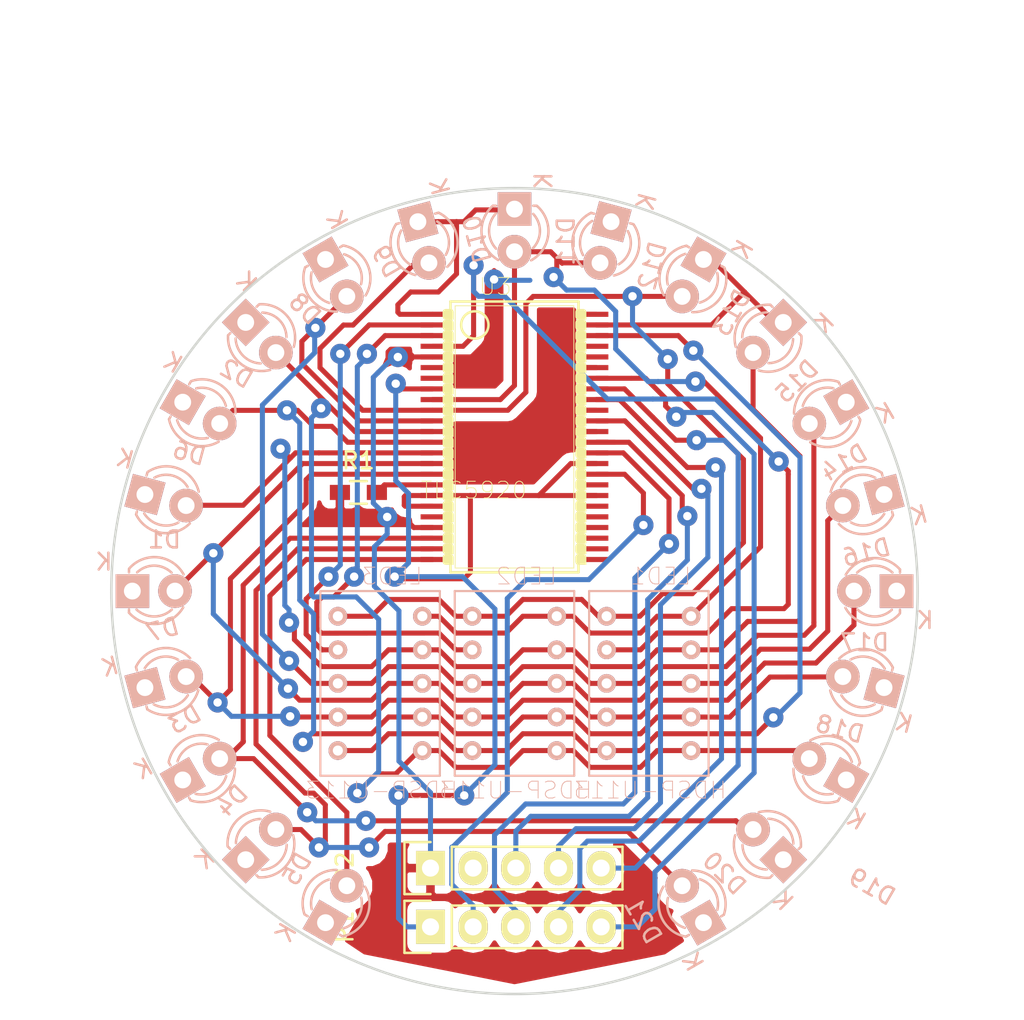
<source format=kicad_pcb>
(kicad_pcb (version 4) (host pcbnew "(2015-09-03 BZR 6154, Git 4636d8d)-product")

  (general
    (links 92)
    (no_connects 18)
    (area 61.924999 96.924999 110.075001 145.075001)
    (thickness 1.6)
    (drawings 11)
    (tracks 595)
    (zones 0)
    (modules 28)
    (nets 28)
  )

  (page A4)
  (layers
    (0 F.Cu signal)
    (31 B.Cu signal)
    (32 B.Adhes user)
    (33 F.Adhes user)
    (34 B.Paste user)
    (35 F.Paste user)
    (36 B.SilkS user)
    (37 F.SilkS user)
    (38 B.Mask user)
    (39 F.Mask user)
    (40 Dwgs.User user)
    (41 Cmts.User user)
    (42 Eco1.User user)
    (43 Eco2.User user)
    (44 Edge.Cuts user)
    (45 Margin user hide)
    (46 B.CrtYd user)
    (47 F.CrtYd user)
    (48 B.Fab user)
    (49 F.Fab user)
  )

  (setup
    (last_trace_width 0.3)
    (user_trace_width 0.3)
    (user_trace_width 0.4)
    (user_trace_width 0.5)
    (trace_clearance 0.25)
    (zone_clearance 0.508)
    (zone_45_only no)
    (trace_min 0.25)
    (segment_width 0.2)
    (edge_width 0.15)
    (via_size 0.6)
    (via_drill 0.4)
    (via_min_size 0.4)
    (via_min_drill 0.3)
    (user_via 0.8 0.4)
    (user_via 1 0.5)
    (user_via 1.2 0.5)
    (uvia_size 0.3)
    (uvia_drill 0.1)
    (uvias_allowed no)
    (uvia_min_size 0.2)
    (uvia_min_drill 0.1)
    (pcb_text_width 0.3)
    (pcb_text_size 1.5 1.5)
    (mod_edge_width 0.15)
    (mod_text_size 1 1)
    (mod_text_width 0.15)
    (pad_size 2 2)
    (pad_drill 1.00076)
    (pad_to_mask_clearance 0.2)
    (aux_axis_origin 0 0)
    (visible_elements 7FFFFFFF)
    (pcbplotparams
      (layerselection 0x00030_80000001)
      (usegerberextensions false)
      (excludeedgelayer true)
      (linewidth 0.100000)
      (plotframeref false)
      (viasonmask false)
      (mode 1)
      (useauxorigin false)
      (hpglpennumber 1)
      (hpglpenspeed 20)
      (hpglpendiameter 15)
      (hpglpenoverlay 2)
      (psnegative false)
      (psa4output false)
      (plotreference true)
      (plotvalue true)
      (plotinvisibletext false)
      (padsonsilk false)
      (subtractmaskfromsilk false)
      (outputformat 1)
      (mirror false)
      (drillshape 1)
      (scaleselection 1)
      (outputdirectory ""))
  )

  (net 0 "")
  (net 1 COM1)
  (net 2 GND)
  (net 3 COM0)
  (net 4 COM3)
  (net 5 COM4)
  (net 6 S0)
  (net 7 COM2)
  (net 8 +5V)
  (net 9 "Net-(R1-Pad2)")
  (net 10 S1)
  (net 11 S2)
  (net 12 S3)
  (net 13 S4)
  (net 14 S5)
  (net 15 S6)
  (net 16 S7)
  (net 17 S8)
  (net 18 S9)
  (net 19 S10)
  (net 20 COM5)
  (net 21 DSEL)
  (net 22 CSEL2)
  (net 23 CSEL1)
  (net 24 CSEL0)
  (net 25 SCLK)
  (net 26 LATCH)
  (net 27 SIN)

  (net_class Default "Ceci est la Netclass par défaut"
    (clearance 0.25)
    (trace_width 0.25)
    (via_dia 0.6)
    (via_drill 0.4)
    (uvia_dia 0.3)
    (uvia_drill 0.1)
    (add_net +5V)
    (add_net COM0)
    (add_net COM1)
    (add_net COM2)
    (add_net COM3)
    (add_net COM4)
    (add_net COM5)
    (add_net CSEL0)
    (add_net CSEL1)
    (add_net CSEL2)
    (add_net DSEL)
    (add_net GND)
    (add_net LATCH)
    (add_net "Net-(R1-Pad2)")
    (add_net S0)
    (add_net S1)
    (add_net S10)
    (add_net S2)
    (add_net S3)
    (add_net S4)
    (add_net S5)
    (add_net S6)
    (add_net S7)
    (add_net S8)
    (add_net S9)
    (add_net SCLK)
    (add_net SIN)
  )

  (module leds:LED-3MM (layer B.Cu) (tedit 559B82F6) (tstamp 55F4424F)
    (at 63.25 121)
    (descr "LED 3mm round vertical")
    (tags "LED  3mm round vertical")
    (path /55F43DDC)
    (fp_text reference D1 (at 1.91 -3.06) (layer B.SilkS)
      (effects (font (size 1 1) (thickness 0.15)) (justify mirror))
    )
    (fp_text value LED (at 1.3 2.9) (layer B.Fab)
      (effects (font (size 1 1) (thickness 0.15)) (justify mirror))
    )
    (fp_line (start -1.2 -2.3) (end 3.8 -2.3) (layer B.CrtYd) (width 0.05))
    (fp_line (start 3.8 -2.3) (end 3.8 2.2) (layer B.CrtYd) (width 0.05))
    (fp_line (start 3.8 2.2) (end -1.2 2.2) (layer B.CrtYd) (width 0.05))
    (fp_line (start -1.2 2.2) (end -1.2 -2.3) (layer B.CrtYd) (width 0.05))
    (fp_line (start -0.199 -1.314) (end -0.199 -1.114) (layer B.SilkS) (width 0.15))
    (fp_line (start -0.199 1.28) (end -0.199 1.1) (layer B.SilkS) (width 0.15))
    (fp_arc (start 1.301 -0.034) (end -0.199 1.286) (angle -108.5) (layer B.SilkS) (width 0.15))
    (fp_arc (start 1.301 -0.034) (end 0.25 1.1) (angle -85.7) (layer B.SilkS) (width 0.15))
    (fp_arc (start 1.311 -0.034) (end 3.051 -0.994) (angle -110) (layer B.SilkS) (width 0.15))
    (fp_arc (start 1.301 -0.034) (end 2.335 -1.094) (angle -87.5) (layer B.SilkS) (width 0.15))
    (fp_text user K (at -1.69 -1.74) (layer B.SilkS)
      (effects (font (size 1 1) (thickness 0.15)) (justify mirror))
    )
    (pad 1 thru_hole rect (at 0 0 270) (size 2 2) (drill 1.00076) (layers *.Cu *.Mask B.SilkS)
      (net 4 COM3))
    (pad 2 thru_hole circle (at 2.54 0) (size 2 2) (drill 1.00076) (layers *.Cu *.Mask B.SilkS)
      (net 15 S6))
    (model Leds/leds.pretty/3dPackage/LED-3MM.wrl
      (at (xyz 0.05 0 0))
      (scale (xyz 1 1 1))
      (rotate (xyz 0 0 90))
    )
  )

  (module leds:LED-3MM (layer B.Cu) (tedit 559B82F6) (tstamp 55F4425F)
    (at 66.25 109.75 330)
    (descr "LED 3mm round vertical")
    (tags "LED  3mm round vertical")
    (path /55F44071)
    (fp_text reference D2 (at 1.910001 -3.06 330) (layer B.SilkS)
      (effects (font (size 1 1) (thickness 0.15)) (justify mirror))
    )
    (fp_text value LED (at 1.3 2.9 330) (layer B.Fab)
      (effects (font (size 1 1) (thickness 0.15)) (justify mirror))
    )
    (fp_line (start -1.2 -2.3) (end 3.8 -2.3) (layer B.CrtYd) (width 0.05))
    (fp_line (start 3.8 -2.3) (end 3.8 2.2) (layer B.CrtYd) (width 0.05))
    (fp_line (start 3.8 2.2) (end -1.2 2.2) (layer B.CrtYd) (width 0.05))
    (fp_line (start -1.2 2.2) (end -1.2 -2.3) (layer B.CrtYd) (width 0.05))
    (fp_line (start -0.199 -1.314) (end -0.199 -1.114) (layer B.SilkS) (width 0.15))
    (fp_line (start -0.199 1.28) (end -0.199 1.1) (layer B.SilkS) (width 0.15))
    (fp_arc (start 1.301 -0.034) (end -0.199 1.286) (angle -108.5) (layer B.SilkS) (width 0.15))
    (fp_arc (start 1.301 -0.034) (end 0.25 1.1) (angle -85.7) (layer B.SilkS) (width 0.15))
    (fp_arc (start 1.311 -0.034) (end 3.051 -0.994) (angle -110) (layer B.SilkS) (width 0.15))
    (fp_arc (start 1.301 -0.034) (end 2.335 -1.094) (angle -87.5) (layer B.SilkS) (width 0.15))
    (fp_text user K (at -1.69 -1.74 330) (layer B.SilkS)
      (effects (font (size 1 1) (thickness 0.15)) (justify mirror))
    )
    (pad 1 thru_hole rect (at 0 0 240) (size 2 2) (drill 1.00076) (layers *.Cu *.Mask B.SilkS)
      (net 4 COM3))
    (pad 2 thru_hole circle (at 2.54 0 330) (size 2 2) (drill 1.00076) (layers *.Cu *.Mask B.SilkS)
      (net 13 S4))
    (model Leds/leds.pretty/3dPackage/LED-3MM.wrl
      (at (xyz 0.05 0 0))
      (scale (xyz 1 1 1))
      (rotate (xyz 0 0 90))
    )
  )

  (module leds:LED-3MM (layer B.Cu) (tedit 559B82F6) (tstamp 55F4426F)
    (at 66.25 132.25 30)
    (descr "LED 3mm round vertical")
    (tags "LED  3mm round vertical")
    (path /55F440B8)
    (fp_text reference D3 (at 1.91 -3.06 30) (layer B.SilkS)
      (effects (font (size 1 1) (thickness 0.15)) (justify mirror))
    )
    (fp_text value LED (at 1.3 2.9 30) (layer B.Fab)
      (effects (font (size 1 1) (thickness 0.15)) (justify mirror))
    )
    (fp_line (start -1.2 -2.3) (end 3.8 -2.3) (layer B.CrtYd) (width 0.05))
    (fp_line (start 3.8 -2.3) (end 3.8 2.2) (layer B.CrtYd) (width 0.05))
    (fp_line (start 3.8 2.2) (end -1.2 2.2) (layer B.CrtYd) (width 0.05))
    (fp_line (start -1.2 2.2) (end -1.2 -2.3) (layer B.CrtYd) (width 0.05))
    (fp_line (start -0.199 -1.314) (end -0.199 -1.114) (layer B.SilkS) (width 0.15))
    (fp_line (start -0.199 1.28) (end -0.199 1.1) (layer B.SilkS) (width 0.15))
    (fp_arc (start 1.301 -0.034) (end -0.199 1.286) (angle -108.5) (layer B.SilkS) (width 0.15))
    (fp_arc (start 1.301 -0.034) (end 0.25 1.1) (angle -85.7) (layer B.SilkS) (width 0.15))
    (fp_arc (start 1.311 -0.034) (end 3.051 -0.994) (angle -110) (layer B.SilkS) (width 0.15))
    (fp_arc (start 1.301 -0.034) (end 2.335 -1.094) (angle -87.5) (layer B.SilkS) (width 0.15))
    (fp_text user K (at -1.69 -1.74 30) (layer B.SilkS)
      (effects (font (size 1 1) (thickness 0.15)) (justify mirror))
    )
    (pad 1 thru_hole rect (at 0 0 300) (size 2 2) (drill 1.00076) (layers *.Cu *.Mask B.SilkS)
      (net 4 COM3))
    (pad 2 thru_hole circle (at 2.54 0 30) (size 2 2) (drill 1.00076) (layers *.Cu *.Mask B.SilkS)
      (net 17 S8))
    (model Leds/leds.pretty/3dPackage/LED-3MM.wrl
      (at (xyz 0.05 0 0))
      (scale (xyz 1 1 1))
      (rotate (xyz 0 0 90))
    )
  )

  (module leds:LED-3MM (layer B.Cu) (tedit 559B82F6) (tstamp 55F4427F)
    (at 70 137 45)
    (descr "LED 3mm round vertical")
    (tags "LED  3mm round vertical")
    (path /55F44128)
    (fp_text reference D4 (at 1.91 -3.06 45) (layer B.SilkS)
      (effects (font (size 1 1) (thickness 0.15)) (justify mirror))
    )
    (fp_text value LED (at 1.3 2.9 45) (layer B.Fab)
      (effects (font (size 1 1) (thickness 0.15)) (justify mirror))
    )
    (fp_line (start -1.2 -2.3) (end 3.8 -2.3) (layer B.CrtYd) (width 0.05))
    (fp_line (start 3.8 -2.3) (end 3.8 2.2) (layer B.CrtYd) (width 0.05))
    (fp_line (start 3.8 2.2) (end -1.2 2.2) (layer B.CrtYd) (width 0.05))
    (fp_line (start -1.2 2.2) (end -1.2 -2.3) (layer B.CrtYd) (width 0.05))
    (fp_line (start -0.199 -1.314) (end -0.199 -1.114) (layer B.SilkS) (width 0.15))
    (fp_line (start -0.199 1.28) (end -0.199 1.1) (layer B.SilkS) (width 0.15))
    (fp_arc (start 1.301 -0.034) (end -0.199 1.286) (angle -108.5) (layer B.SilkS) (width 0.15))
    (fp_arc (start 1.301 -0.034) (end 0.25 1.1) (angle -85.7) (layer B.SilkS) (width 0.15))
    (fp_arc (start 1.311 -0.034) (end 3.051 -0.994) (angle -110) (layer B.SilkS) (width 0.15))
    (fp_arc (start 1.301 -0.034) (end 2.335 -1.094) (angle -87.5) (layer B.SilkS) (width 0.15))
    (fp_text user K (at -1.69 -1.74 45) (layer B.SilkS)
      (effects (font (size 1 1) (thickness 0.15)) (justify mirror))
    )
    (pad 1 thru_hole rect (at 0 0 315) (size 2 2) (drill 1.00076) (layers *.Cu *.Mask B.SilkS)
      (net 4 COM3))
    (pad 2 thru_hole circle (at 2.54 0 45) (size 2 2) (drill 1.00076) (layers *.Cu *.Mask B.SilkS)
      (net 18 S9))
    (model Leds/leds.pretty/3dPackage/LED-3MM.wrl
      (at (xyz 0.05 0 0))
      (scale (xyz 1 1 1))
      (rotate (xyz 0 0 90))
    )
  )

  (module leds:LED-3MM (layer B.Cu) (tedit 559B82F6) (tstamp 55F4428F)
    (at 74.75 140.75 60)
    (descr "LED 3mm round vertical")
    (tags "LED  3mm round vertical")
    (path /55F441C3)
    (fp_text reference D5 (at 1.91 -3.06 60) (layer B.SilkS)
      (effects (font (size 1 1) (thickness 0.15)) (justify mirror))
    )
    (fp_text value LED (at 1.3 2.9 60) (layer B.Fab)
      (effects (font (size 1 1) (thickness 0.15)) (justify mirror))
    )
    (fp_line (start -1.2 -2.3) (end 3.8 -2.3) (layer B.CrtYd) (width 0.05))
    (fp_line (start 3.8 -2.3) (end 3.8 2.2) (layer B.CrtYd) (width 0.05))
    (fp_line (start 3.8 2.2) (end -1.2 2.2) (layer B.CrtYd) (width 0.05))
    (fp_line (start -1.2 2.2) (end -1.2 -2.3) (layer B.CrtYd) (width 0.05))
    (fp_line (start -0.199 -1.314) (end -0.199 -1.114) (layer B.SilkS) (width 0.15))
    (fp_line (start -0.199 1.28) (end -0.199 1.1) (layer B.SilkS) (width 0.15))
    (fp_arc (start 1.301 -0.034) (end -0.199 1.286) (angle -108.5) (layer B.SilkS) (width 0.15))
    (fp_arc (start 1.301 -0.034) (end 0.25 1.1) (angle -85.7) (layer B.SilkS) (width 0.15))
    (fp_arc (start 1.311 -0.034) (end 3.051 -0.994) (angle -110) (layer B.SilkS) (width 0.15))
    (fp_arc (start 1.301 -0.034) (end 2.335 -1.094) (angle -87.5) (layer B.SilkS) (width 0.15))
    (fp_text user K (at -1.69 -1.74 60) (layer B.SilkS)
      (effects (font (size 1 1) (thickness 0.15)) (justify mirror))
    )
    (pad 1 thru_hole rect (at 0 0 330) (size 2 2) (drill 1.00076) (layers *.Cu *.Mask B.SilkS)
      (net 4 COM3))
    (pad 2 thru_hole circle (at 2.54 0 60) (size 2 2) (drill 1.00076) (layers *.Cu *.Mask B.SilkS)
      (net 19 S10))
    (model Leds/leds.pretty/3dPackage/LED-3MM.wrl
      (at (xyz 0.05 0 0))
      (scale (xyz 1 1 1))
      (rotate (xyz 0 0 90))
    )
  )

  (module leds:LED-3MM (layer B.Cu) (tedit 559B82F6) (tstamp 55F4429F)
    (at 64 115.25 345)
    (descr "LED 3mm round vertical")
    (tags "LED  3mm round vertical")
    (path /55F442E8)
    (fp_text reference D6 (at 1.91 -3.06 345) (layer B.SilkS)
      (effects (font (size 1 1) (thickness 0.15)) (justify mirror))
    )
    (fp_text value LED (at 1.3 2.9 345) (layer B.Fab)
      (effects (font (size 1 1) (thickness 0.15)) (justify mirror))
    )
    (fp_line (start -1.2 -2.3) (end 3.8 -2.3) (layer B.CrtYd) (width 0.05))
    (fp_line (start 3.8 -2.3) (end 3.8 2.2) (layer B.CrtYd) (width 0.05))
    (fp_line (start 3.8 2.2) (end -1.2 2.2) (layer B.CrtYd) (width 0.05))
    (fp_line (start -1.2 2.2) (end -1.2 -2.3) (layer B.CrtYd) (width 0.05))
    (fp_line (start -0.199 -1.314) (end -0.199 -1.114) (layer B.SilkS) (width 0.15))
    (fp_line (start -0.199 1.28) (end -0.199 1.1) (layer B.SilkS) (width 0.15))
    (fp_arc (start 1.301 -0.034) (end -0.199 1.286) (angle -108.5) (layer B.SilkS) (width 0.15))
    (fp_arc (start 1.301 -0.034) (end 0.25 1.1) (angle -85.7) (layer B.SilkS) (width 0.15))
    (fp_arc (start 1.311 -0.034) (end 3.051 -0.994) (angle -110) (layer B.SilkS) (width 0.15))
    (fp_arc (start 1.301 -0.034) (end 2.335 -1.094) (angle -87.5) (layer B.SilkS) (width 0.15))
    (fp_text user K (at -1.69 -1.74 345) (layer B.SilkS)
      (effects (font (size 1 1) (thickness 0.15)) (justify mirror))
    )
    (pad 1 thru_hole rect (at 0 0 255) (size 2 2) (drill 1.00076) (layers *.Cu *.Mask B.SilkS)
      (net 4 COM3))
    (pad 2 thru_hole circle (at 2.54 0 345) (size 2 2) (drill 1.00076) (layers *.Cu *.Mask B.SilkS)
      (net 14 S5))
    (model Leds/leds.pretty/3dPackage/LED-3MM.wrl
      (at (xyz 0.05 0 0))
      (scale (xyz 1 1 1))
      (rotate (xyz 0 0 90))
    )
  )

  (module leds:LED-3MM (layer B.Cu) (tedit 559B82F6) (tstamp 55F442AF)
    (at 64 126.75 15)
    (descr "LED 3mm round vertical")
    (tags "LED  3mm round vertical")
    (path /55F44351)
    (fp_text reference D7 (at 1.91 -3.06 15) (layer B.SilkS)
      (effects (font (size 1 1) (thickness 0.15)) (justify mirror))
    )
    (fp_text value LED (at 1.3 2.9 15) (layer B.Fab)
      (effects (font (size 1 1) (thickness 0.15)) (justify mirror))
    )
    (fp_line (start -1.2 -2.3) (end 3.8 -2.3) (layer B.CrtYd) (width 0.05))
    (fp_line (start 3.8 -2.3) (end 3.8 2.2) (layer B.CrtYd) (width 0.05))
    (fp_line (start 3.8 2.2) (end -1.2 2.2) (layer B.CrtYd) (width 0.05))
    (fp_line (start -1.2 2.2) (end -1.2 -2.3) (layer B.CrtYd) (width 0.05))
    (fp_line (start -0.199 -1.314) (end -0.199 -1.114) (layer B.SilkS) (width 0.15))
    (fp_line (start -0.199 1.28) (end -0.199 1.1) (layer B.SilkS) (width 0.15))
    (fp_arc (start 1.301 -0.034) (end -0.199 1.286) (angle -108.5) (layer B.SilkS) (width 0.15))
    (fp_arc (start 1.301 -0.034) (end 0.25 1.1) (angle -85.7) (layer B.SilkS) (width 0.15))
    (fp_arc (start 1.311 -0.034) (end 3.051 -0.994) (angle -110) (layer B.SilkS) (width 0.15))
    (fp_arc (start 1.301 -0.034) (end 2.335 -1.094) (angle -87.5) (layer B.SilkS) (width 0.15))
    (fp_text user K (at -1.69 -1.74 15) (layer B.SilkS)
      (effects (font (size 1 1) (thickness 0.15)) (justify mirror))
    )
    (pad 1 thru_hole rect (at 0 0 285) (size 2 2) (drill 1.00076) (layers *.Cu *.Mask B.SilkS)
      (net 4 COM3))
    (pad 2 thru_hole circle (at 2.54 0 15) (size 2 2) (drill 1.00076) (layers *.Cu *.Mask B.SilkS)
      (net 16 S7))
    (model Leds/leds.pretty/3dPackage/LED-3MM.wrl
      (at (xyz 0.05 0 0))
      (scale (xyz 1 1 1))
      (rotate (xyz 0 0 90))
    )
  )

  (module leds:LED-3MM (layer B.Cu) (tedit 559B82F6) (tstamp 55F44757)
    (at 70 105 315)
    (descr "LED 3mm round vertical")
    (tags "LED  3mm round vertical")
    (path /55F44B86)
    (fp_text reference D8 (at 1.91 -3.06 315) (layer B.SilkS)
      (effects (font (size 1 1) (thickness 0.15)) (justify mirror))
    )
    (fp_text value LED (at 1.3 2.9 315) (layer B.Fab)
      (effects (font (size 1 1) (thickness 0.15)) (justify mirror))
    )
    (fp_line (start -1.2 -2.3) (end 3.8 -2.3) (layer B.CrtYd) (width 0.05))
    (fp_line (start 3.8 -2.3) (end 3.8 2.2) (layer B.CrtYd) (width 0.05))
    (fp_line (start 3.8 2.2) (end -1.2 2.2) (layer B.CrtYd) (width 0.05))
    (fp_line (start -1.2 2.2) (end -1.2 -2.3) (layer B.CrtYd) (width 0.05))
    (fp_line (start -0.199 -1.314) (end -0.199 -1.114) (layer B.SilkS) (width 0.15))
    (fp_line (start -0.199 1.28) (end -0.199 1.1) (layer B.SilkS) (width 0.15))
    (fp_arc (start 1.301 -0.034) (end -0.199 1.286) (angle -108.5) (layer B.SilkS) (width 0.15))
    (fp_arc (start 1.301 -0.034) (end 0.25 1.1) (angle -85.7) (layer B.SilkS) (width 0.15))
    (fp_arc (start 1.311 -0.034) (end 3.051 -0.994) (angle -110) (layer B.SilkS) (width 0.15))
    (fp_arc (start 1.301 -0.034) (end 2.335 -1.094) (angle -87.5) (layer B.SilkS) (width 0.15))
    (fp_text user K (at -1.69 -1.74 315) (layer B.SilkS)
      (effects (font (size 1 1) (thickness 0.15)) (justify mirror))
    )
    (pad 1 thru_hole rect (at 0 0 225) (size 2 2) (drill 1.00076) (layers *.Cu *.Mask B.SilkS)
      (net 4 COM3))
    (pad 2 thru_hole circle (at 2.54 0 315) (size 2 2) (drill 1.00076) (layers *.Cu *.Mask B.SilkS)
      (net 12 S3))
    (model Leds/leds.pretty/3dPackage/LED-3MM.wrl
      (at (xyz 0.05 0 0))
      (scale (xyz 1 1 1))
      (rotate (xyz 0 0 90))
    )
  )

  (module leds:LED-3MM (layer B.Cu) (tedit 559B82F6) (tstamp 55F44768)
    (at 74.75 101.25 300)
    (descr "LED 3mm round vertical")
    (tags "LED  3mm round vertical")
    (path /55F44B8C)
    (fp_text reference D9 (at 1.91 -3.06 300) (layer B.SilkS)
      (effects (font (size 1 1) (thickness 0.15)) (justify mirror))
    )
    (fp_text value LED (at 1.3 2.9 300) (layer B.Fab)
      (effects (font (size 1 1) (thickness 0.15)) (justify mirror))
    )
    (fp_line (start -1.2 -2.3) (end 3.8 -2.3) (layer B.CrtYd) (width 0.05))
    (fp_line (start 3.8 -2.3) (end 3.8 2.2) (layer B.CrtYd) (width 0.05))
    (fp_line (start 3.8 2.2) (end -1.2 2.2) (layer B.CrtYd) (width 0.05))
    (fp_line (start -1.2 2.2) (end -1.2 -2.3) (layer B.CrtYd) (width 0.05))
    (fp_line (start -0.199 -1.314) (end -0.199 -1.114) (layer B.SilkS) (width 0.15))
    (fp_line (start -0.199 1.28) (end -0.199 1.1) (layer B.SilkS) (width 0.15))
    (fp_arc (start 1.301 -0.034) (end -0.199 1.286) (angle -108.5) (layer B.SilkS) (width 0.15))
    (fp_arc (start 1.301 -0.034) (end 0.25 1.1) (angle -85.7) (layer B.SilkS) (width 0.15))
    (fp_arc (start 1.311 -0.034) (end 3.051 -0.994) (angle -110) (layer B.SilkS) (width 0.15))
    (fp_arc (start 1.301 -0.034) (end 2.335 -1.094) (angle -87.5) (layer B.SilkS) (width 0.15))
    (fp_text user K (at -1.69 -1.74 300) (layer B.SilkS)
      (effects (font (size 1 1) (thickness 0.15)) (justify mirror))
    )
    (pad 1 thru_hole rect (at 0 0 210) (size 2 2) (drill 1.00076) (layers *.Cu *.Mask B.SilkS)
      (net 4 COM3))
    (pad 2 thru_hole circle (at 2.54 0 300) (size 2 2) (drill 1.00076) (layers *.Cu *.Mask B.SilkS)
      (net 11 S2))
    (model Leds/leds.pretty/3dPackage/LED-3MM.wrl
      (at (xyz 0.05 0 0))
      (scale (xyz 1 1 1))
      (rotate (xyz 0 0 90))
    )
  )

  (module leds:LED-3MM (layer B.Cu) (tedit 559B82F6) (tstamp 55F44779)
    (at 80.25 99 285)
    (descr "LED 3mm round vertical")
    (tags "LED  3mm round vertical")
    (path /55F44B92)
    (fp_text reference D10 (at 1.91 -3.06 285) (layer B.SilkS)
      (effects (font (size 1 1) (thickness 0.15)) (justify mirror))
    )
    (fp_text value LED (at 1.3 2.9 285) (layer B.Fab)
      (effects (font (size 1 1) (thickness 0.15)) (justify mirror))
    )
    (fp_line (start -1.2 -2.3) (end 3.8 -2.3) (layer B.CrtYd) (width 0.05))
    (fp_line (start 3.8 -2.3) (end 3.8 2.2) (layer B.CrtYd) (width 0.05))
    (fp_line (start 3.8 2.2) (end -1.2 2.2) (layer B.CrtYd) (width 0.05))
    (fp_line (start -1.2 2.2) (end -1.2 -2.3) (layer B.CrtYd) (width 0.05))
    (fp_line (start -0.199 -1.314) (end -0.199 -1.114) (layer B.SilkS) (width 0.15))
    (fp_line (start -0.199 1.28) (end -0.199 1.1) (layer B.SilkS) (width 0.15))
    (fp_arc (start 1.301 -0.034) (end -0.199 1.286) (angle -108.5) (layer B.SilkS) (width 0.15))
    (fp_arc (start 1.301 -0.034) (end 0.25 1.1) (angle -85.7) (layer B.SilkS) (width 0.15))
    (fp_arc (start 1.311 -0.034) (end 3.051 -0.994) (angle -110) (layer B.SilkS) (width 0.15))
    (fp_arc (start 1.301 -0.034) (end 2.335 -1.094) (angle -87.5) (layer B.SilkS) (width 0.15))
    (fp_text user K (at -1.69 -1.74 285) (layer B.SilkS)
      (effects (font (size 1 1) (thickness 0.15)) (justify mirror))
    )
    (pad 1 thru_hole rect (at 0 0 195) (size 2 2) (drill 1.00076) (layers *.Cu *.Mask B.SilkS)
      (net 4 COM3))
    (pad 2 thru_hole circle (at 2.54 0 285) (size 2 2) (drill 1.00076) (layers *.Cu *.Mask B.SilkS)
      (net 10 S1))
    (model Leds/leds.pretty/3dPackage/LED-3MM.wrl
      (at (xyz 0.05 0 0))
      (scale (xyz 1 1 1))
      (rotate (xyz 0 0 90))
    )
  )

  (module leds:LED-3MM (layer B.Cu) (tedit 559B82F6) (tstamp 55F4478A)
    (at 86 98.25 270)
    (descr "LED 3mm round vertical")
    (tags "LED  3mm round vertical")
    (path /55F44B98)
    (fp_text reference D11 (at 1.91 -3.06 270) (layer B.SilkS)
      (effects (font (size 1 1) (thickness 0.15)) (justify mirror))
    )
    (fp_text value LED (at 1.3 2.9 270) (layer B.Fab)
      (effects (font (size 1 1) (thickness 0.15)) (justify mirror))
    )
    (fp_line (start -1.2 -2.3) (end 3.8 -2.3) (layer B.CrtYd) (width 0.05))
    (fp_line (start 3.8 -2.3) (end 3.8 2.2) (layer B.CrtYd) (width 0.05))
    (fp_line (start 3.8 2.2) (end -1.2 2.2) (layer B.CrtYd) (width 0.05))
    (fp_line (start -1.2 2.2) (end -1.2 -2.3) (layer B.CrtYd) (width 0.05))
    (fp_line (start -0.199 -1.314) (end -0.199 -1.114) (layer B.SilkS) (width 0.15))
    (fp_line (start -0.199 1.28) (end -0.199 1.1) (layer B.SilkS) (width 0.15))
    (fp_arc (start 1.301 -0.034) (end -0.199 1.286) (angle -108.5) (layer B.SilkS) (width 0.15))
    (fp_arc (start 1.301 -0.034) (end 0.25 1.1) (angle -85.7) (layer B.SilkS) (width 0.15))
    (fp_arc (start 1.311 -0.034) (end 3.051 -0.994) (angle -110) (layer B.SilkS) (width 0.15))
    (fp_arc (start 1.301 -0.034) (end 2.335 -1.094) (angle -87.5) (layer B.SilkS) (width 0.15))
    (fp_text user K (at -1.69 -1.74 270) (layer B.SilkS)
      (effects (font (size 1 1) (thickness 0.15)) (justify mirror))
    )
    (pad 1 thru_hole rect (at 0 0 180) (size 2 2) (drill 1.00076) (layers *.Cu *.Mask B.SilkS)
      (net 4 COM3))
    (pad 2 thru_hole circle (at 2.54 0 270) (size 2 2) (drill 1.00076) (layers *.Cu *.Mask B.SilkS)
      (net 6 S0))
    (model Leds/leds.pretty/3dPackage/LED-3MM.wrl
      (at (xyz 0.05 0 0))
      (scale (xyz 1 1 1))
      (rotate (xyz 0 0 90))
    )
  )

  (module leds:LED-3MM (layer B.Cu) (tedit 559B82F6) (tstamp 55F4479B)
    (at 91.75 99 255)
    (descr "LED 3mm round vertical")
    (tags "LED  3mm round vertical")
    (path /55F44B9E)
    (fp_text reference D12 (at 1.91 -3.06 255) (layer B.SilkS)
      (effects (font (size 1 1) (thickness 0.15)) (justify mirror))
    )
    (fp_text value LED (at 1.3 2.9 255) (layer B.Fab)
      (effects (font (size 1 1) (thickness 0.15)) (justify mirror))
    )
    (fp_line (start -1.2 -2.3) (end 3.8 -2.3) (layer B.CrtYd) (width 0.05))
    (fp_line (start 3.8 -2.3) (end 3.8 2.2) (layer B.CrtYd) (width 0.05))
    (fp_line (start 3.8 2.2) (end -1.2 2.2) (layer B.CrtYd) (width 0.05))
    (fp_line (start -1.2 2.2) (end -1.2 -2.3) (layer B.CrtYd) (width 0.05))
    (fp_line (start -0.199 -1.314) (end -0.199 -1.114) (layer B.SilkS) (width 0.15))
    (fp_line (start -0.199 1.28) (end -0.199 1.1) (layer B.SilkS) (width 0.15))
    (fp_arc (start 1.301 -0.034) (end -0.199 1.286) (angle -108.5) (layer B.SilkS) (width 0.15))
    (fp_arc (start 1.301 -0.034) (end 0.25 1.1) (angle -85.7) (layer B.SilkS) (width 0.15))
    (fp_arc (start 1.311 -0.034) (end 3.051 -0.994) (angle -110) (layer B.SilkS) (width 0.15))
    (fp_arc (start 1.301 -0.034) (end 2.335 -1.094) (angle -87.5) (layer B.SilkS) (width 0.15))
    (fp_text user K (at -1.69 -1.74 255) (layer B.SilkS)
      (effects (font (size 1 1) (thickness 0.15)) (justify mirror))
    )
    (pad 1 thru_hole rect (at 0 0 165) (size 2 2) (drill 1.00076) (layers *.Cu *.Mask B.SilkS)
      (net 5 COM4))
    (pad 2 thru_hole circle (at 2.54 0 255) (size 2 2) (drill 1.00076) (layers *.Cu *.Mask B.SilkS)
      (net 6 S0))
    (model Leds/leds.pretty/3dPackage/LED-3MM.wrl
      (at (xyz 0.05 0 0))
      (scale (xyz 1 1 1))
      (rotate (xyz 0 0 90))
    )
  )

  (module leds:LED-3MM (layer B.Cu) (tedit 559B82F6) (tstamp 55F447AC)
    (at 97.25 101.25 240)
    (descr "LED 3mm round vertical")
    (tags "LED  3mm round vertical")
    (path /55F44BA4)
    (fp_text reference D13 (at 1.91 -3.06 240) (layer B.SilkS)
      (effects (font (size 1 1) (thickness 0.15)) (justify mirror))
    )
    (fp_text value LED (at 1.3 2.9 240) (layer B.Fab)
      (effects (font (size 1 1) (thickness 0.15)) (justify mirror))
    )
    (fp_line (start -1.2 -2.3) (end 3.8 -2.3) (layer B.CrtYd) (width 0.05))
    (fp_line (start 3.8 -2.3) (end 3.8 2.2) (layer B.CrtYd) (width 0.05))
    (fp_line (start 3.8 2.2) (end -1.2 2.2) (layer B.CrtYd) (width 0.05))
    (fp_line (start -1.2 2.2) (end -1.2 -2.3) (layer B.CrtYd) (width 0.05))
    (fp_line (start -0.199 -1.314) (end -0.199 -1.114) (layer B.SilkS) (width 0.15))
    (fp_line (start -0.199 1.28) (end -0.199 1.1) (layer B.SilkS) (width 0.15))
    (fp_arc (start 1.301 -0.034) (end -0.199 1.286) (angle -108.5) (layer B.SilkS) (width 0.15))
    (fp_arc (start 1.301 -0.034) (end 0.25 1.1) (angle -85.7) (layer B.SilkS) (width 0.15))
    (fp_arc (start 1.311 -0.034) (end 3.051 -0.994) (angle -110) (layer B.SilkS) (width 0.15))
    (fp_arc (start 1.301 -0.034) (end 2.335 -1.094) (angle -87.5) (layer B.SilkS) (width 0.15))
    (fp_text user K (at -1.69 -1.74 240) (layer B.SilkS)
      (effects (font (size 1 1) (thickness 0.15)) (justify mirror))
    )
    (pad 1 thru_hole rect (at 0 0 150) (size 2 2) (drill 1.00076) (layers *.Cu *.Mask B.SilkS)
      (net 5 COM4))
    (pad 2 thru_hole circle (at 2.54 0 240) (size 2 2) (drill 1.00076) (layers *.Cu *.Mask B.SilkS)
      (net 10 S1))
    (model Leds/leds.pretty/3dPackage/LED-3MM.wrl
      (at (xyz 0.05 0 0))
      (scale (xyz 1 1 1))
      (rotate (xyz 0 0 90))
    )
  )

  (module leds:LED-3MM (layer B.Cu) (tedit 559B82F6) (tstamp 55F447BD)
    (at 105.75 109.75 210)
    (descr "LED 3mm round vertical")
    (tags "LED  3mm round vertical")
    (path /55F45126)
    (fp_text reference D14 (at 1.91 -3.06 210) (layer B.SilkS)
      (effects (font (size 1 1) (thickness 0.15)) (justify mirror))
    )
    (fp_text value LED (at 1.3 2.9 210) (layer B.Fab)
      (effects (font (size 1 1) (thickness 0.15)) (justify mirror))
    )
    (fp_line (start -1.2 -2.3) (end 3.8 -2.3) (layer B.CrtYd) (width 0.05))
    (fp_line (start 3.8 -2.3) (end 3.8 2.2) (layer B.CrtYd) (width 0.05))
    (fp_line (start 3.8 2.2) (end -1.2 2.2) (layer B.CrtYd) (width 0.05))
    (fp_line (start -1.2 2.2) (end -1.2 -2.3) (layer B.CrtYd) (width 0.05))
    (fp_line (start -0.199 -1.314) (end -0.199 -1.114) (layer B.SilkS) (width 0.15))
    (fp_line (start -0.199 1.28) (end -0.199 1.1) (layer B.SilkS) (width 0.15))
    (fp_arc (start 1.301 -0.034) (end -0.199 1.286) (angle -108.5) (layer B.SilkS) (width 0.15))
    (fp_arc (start 1.301 -0.034) (end 0.25 1.1) (angle -85.7) (layer B.SilkS) (width 0.15))
    (fp_arc (start 1.311 -0.034) (end 3.051 -0.994) (angle -110) (layer B.SilkS) (width 0.15))
    (fp_arc (start 1.301 -0.034) (end 2.335 -1.094) (angle -87.5) (layer B.SilkS) (width 0.15))
    (fp_text user K (at -1.69 -1.74 210) (layer B.SilkS)
      (effects (font (size 1 1) (thickness 0.15)) (justify mirror))
    )
    (pad 1 thru_hole rect (at 0 0 120) (size 2 2) (drill 1.00076) (layers *.Cu *.Mask B.SilkS)
      (net 5 COM4))
    (pad 2 thru_hole circle (at 2.54 0 210) (size 2 2) (drill 1.00076) (layers *.Cu *.Mask B.SilkS)
      (net 11 S2))
    (model Leds/leds.pretty/3dPackage/LED-3MM.wrl
      (at (xyz 0.05 0 0))
      (scale (xyz 1 1 1))
      (rotate (xyz 0 0 90))
    )
  )

  (module leds:LED-3MM (layer B.Cu) (tedit 559B82F6) (tstamp 55F447CE)
    (at 102 105 225)
    (descr "LED 3mm round vertical")
    (tags "LED  3mm round vertical")
    (path /55F44BAA)
    (fp_text reference D15 (at 1.91 -3.06 225) (layer B.SilkS)
      (effects (font (size 1 1) (thickness 0.15)) (justify mirror))
    )
    (fp_text value LED (at 1.3 2.9 225) (layer B.Fab)
      (effects (font (size 1 1) (thickness 0.15)) (justify mirror))
    )
    (fp_line (start -1.2 -2.3) (end 3.8 -2.3) (layer B.CrtYd) (width 0.05))
    (fp_line (start 3.8 -2.3) (end 3.8 2.2) (layer B.CrtYd) (width 0.05))
    (fp_line (start 3.8 2.2) (end -1.2 2.2) (layer B.CrtYd) (width 0.05))
    (fp_line (start -1.2 2.2) (end -1.2 -2.3) (layer B.CrtYd) (width 0.05))
    (fp_line (start -0.199 -1.314) (end -0.199 -1.114) (layer B.SilkS) (width 0.15))
    (fp_line (start -0.199 1.28) (end -0.199 1.1) (layer B.SilkS) (width 0.15))
    (fp_arc (start 1.301 -0.034) (end -0.199 1.286) (angle -108.5) (layer B.SilkS) (width 0.15))
    (fp_arc (start 1.301 -0.034) (end 0.25 1.1) (angle -85.7) (layer B.SilkS) (width 0.15))
    (fp_arc (start 1.311 -0.034) (end 3.051 -0.994) (angle -110) (layer B.SilkS) (width 0.15))
    (fp_arc (start 1.301 -0.034) (end 2.335 -1.094) (angle -87.5) (layer B.SilkS) (width 0.15))
    (fp_text user K (at -1.69 -1.74 225) (layer B.SilkS)
      (effects (font (size 1 1) (thickness 0.15)) (justify mirror))
    )
    (pad 1 thru_hole rect (at 0 0 135) (size 2 2) (drill 1.00076) (layers *.Cu *.Mask B.SilkS)
      (net 5 COM4))
    (pad 2 thru_hole circle (at 2.54 0 225) (size 2 2) (drill 1.00076) (layers *.Cu *.Mask B.SilkS)
      (net 14 S5))
    (model Leds/leds.pretty/3dPackage/LED-3MM.wrl
      (at (xyz 0.05 0 0))
      (scale (xyz 1 1 1))
      (rotate (xyz 0 0 90))
    )
  )

  (module leds:LED-3MM (layer B.Cu) (tedit 559B82F6) (tstamp 55F447DF)
    (at 108 115.25 195)
    (descr "LED 3mm round vertical")
    (tags "LED  3mm round vertical")
    (path /55F4512C)
    (fp_text reference D16 (at 1.91 -3.06 195) (layer B.SilkS)
      (effects (font (size 1 1) (thickness 0.15)) (justify mirror))
    )
    (fp_text value LED (at 1.3 2.9 195) (layer B.Fab)
      (effects (font (size 1 1) (thickness 0.15)) (justify mirror))
    )
    (fp_line (start -1.2 -2.3) (end 3.8 -2.3) (layer B.CrtYd) (width 0.05))
    (fp_line (start 3.8 -2.3) (end 3.8 2.2) (layer B.CrtYd) (width 0.05))
    (fp_line (start 3.8 2.2) (end -1.2 2.2) (layer B.CrtYd) (width 0.05))
    (fp_line (start -1.2 2.2) (end -1.2 -2.3) (layer B.CrtYd) (width 0.05))
    (fp_line (start -0.199 -1.314) (end -0.199 -1.114) (layer B.SilkS) (width 0.15))
    (fp_line (start -0.199 1.28) (end -0.199 1.1) (layer B.SilkS) (width 0.15))
    (fp_arc (start 1.301 -0.034) (end -0.199 1.286) (angle -108.5) (layer B.SilkS) (width 0.15))
    (fp_arc (start 1.301 -0.034) (end 0.25 1.1) (angle -85.7) (layer B.SilkS) (width 0.15))
    (fp_arc (start 1.311 -0.034) (end 3.051 -0.994) (angle -110) (layer B.SilkS) (width 0.15))
    (fp_arc (start 1.301 -0.034) (end 2.335 -1.094) (angle -87.5) (layer B.SilkS) (width 0.15))
    (fp_text user K (at -1.69 -1.74 195) (layer B.SilkS)
      (effects (font (size 1 1) (thickness 0.15)) (justify mirror))
    )
    (pad 1 thru_hole rect (at 0 0 105) (size 2 2) (drill 1.00076) (layers *.Cu *.Mask B.SilkS)
      (net 5 COM4))
    (pad 2 thru_hole circle (at 2.54 0 195) (size 2 2) (drill 1.00076) (layers *.Cu *.Mask B.SilkS)
      (net 15 S6))
    (model Leds/leds.pretty/3dPackage/LED-3MM.wrl
      (at (xyz 0.05 0 0))
      (scale (xyz 1 1 1))
      (rotate (xyz 0 0 90))
    )
  )

  (module leds:LED-3MM (layer B.Cu) (tedit 559B82F6) (tstamp 55F447F0)
    (at 108.75 121 180)
    (descr "LED 3mm round vertical")
    (tags "LED  3mm round vertical")
    (path /55F45132)
    (fp_text reference D17 (at 1.91 -3.06 180) (layer B.SilkS)
      (effects (font (size 1 1) (thickness 0.15)) (justify mirror))
    )
    (fp_text value LED (at 1.3 2.9 180) (layer B.Fab)
      (effects (font (size 1 1) (thickness 0.15)) (justify mirror))
    )
    (fp_line (start -1.2 -2.3) (end 3.8 -2.3) (layer B.CrtYd) (width 0.05))
    (fp_line (start 3.8 -2.3) (end 3.8 2.2) (layer B.CrtYd) (width 0.05))
    (fp_line (start 3.8 2.2) (end -1.2 2.2) (layer B.CrtYd) (width 0.05))
    (fp_line (start -1.2 2.2) (end -1.2 -2.3) (layer B.CrtYd) (width 0.05))
    (fp_line (start -0.199 -1.314) (end -0.199 -1.114) (layer B.SilkS) (width 0.15))
    (fp_line (start -0.199 1.28) (end -0.199 1.1) (layer B.SilkS) (width 0.15))
    (fp_arc (start 1.301 -0.034) (end -0.199 1.286) (angle -108.5) (layer B.SilkS) (width 0.15))
    (fp_arc (start 1.301 -0.034) (end 0.25 1.1) (angle -85.7) (layer B.SilkS) (width 0.15))
    (fp_arc (start 1.311 -0.034) (end 3.051 -0.994) (angle -110) (layer B.SilkS) (width 0.15))
    (fp_arc (start 1.301 -0.034) (end 2.335 -1.094) (angle -87.5) (layer B.SilkS) (width 0.15))
    (fp_text user K (at -1.69 -1.74 180) (layer B.SilkS)
      (effects (font (size 1 1) (thickness 0.15)) (justify mirror))
    )
    (pad 1 thru_hole rect (at 0 0 90) (size 2 2) (drill 1.00076) (layers *.Cu *.Mask B.SilkS)
      (net 5 COM4))
    (pad 2 thru_hole circle (at 2.54 0 180) (size 2 2) (drill 1.00076) (layers *.Cu *.Mask B.SilkS)
      (net 16 S7))
    (model Leds/leds.pretty/3dPackage/LED-3MM.wrl
      (at (xyz 0.05 0 0))
      (scale (xyz 1 1 1))
      (rotate (xyz 0 0 90))
    )
  )

  (module leds:LED-3MM (layer B.Cu) (tedit 559B82F6) (tstamp 55F44801)
    (at 108 126.75 165)
    (descr "LED 3mm round vertical")
    (tags "LED  3mm round vertical")
    (path /55F45138)
    (fp_text reference D18 (at 1.91 -3.06 165) (layer B.SilkS)
      (effects (font (size 1 1) (thickness 0.15)) (justify mirror))
    )
    (fp_text value LED (at 1.3 2.9 165) (layer B.Fab)
      (effects (font (size 1 1) (thickness 0.15)) (justify mirror))
    )
    (fp_line (start -1.2 -2.3) (end 3.8 -2.3) (layer B.CrtYd) (width 0.05))
    (fp_line (start 3.8 -2.3) (end 3.8 2.2) (layer B.CrtYd) (width 0.05))
    (fp_line (start 3.8 2.2) (end -1.2 2.2) (layer B.CrtYd) (width 0.05))
    (fp_line (start -1.2 2.2) (end -1.2 -2.3) (layer B.CrtYd) (width 0.05))
    (fp_line (start -0.199 -1.314) (end -0.199 -1.114) (layer B.SilkS) (width 0.15))
    (fp_line (start -0.199 1.28) (end -0.199 1.1) (layer B.SilkS) (width 0.15))
    (fp_arc (start 1.301 -0.034) (end -0.199 1.286) (angle -108.5) (layer B.SilkS) (width 0.15))
    (fp_arc (start 1.301 -0.034) (end 0.25 1.1) (angle -85.7) (layer B.SilkS) (width 0.15))
    (fp_arc (start 1.311 -0.034) (end 3.051 -0.994) (angle -110) (layer B.SilkS) (width 0.15))
    (fp_arc (start 1.301 -0.034) (end 2.335 -1.094) (angle -87.5) (layer B.SilkS) (width 0.15))
    (fp_text user K (at -1.69 -1.74 165) (layer B.SilkS)
      (effects (font (size 1 1) (thickness 0.15)) (justify mirror))
    )
    (pad 1 thru_hole rect (at 0 0 75) (size 2 2) (drill 1.00076) (layers *.Cu *.Mask B.SilkS)
      (net 5 COM4))
    (pad 2 thru_hole circle (at 2.54 0 165) (size 2 2) (drill 1.00076) (layers *.Cu *.Mask B.SilkS)
      (net 13 S4))
    (model Leds/leds.pretty/3dPackage/LED-3MM.wrl
      (at (xyz 0.05 0 0))
      (scale (xyz 1 1 1))
      (rotate (xyz 0 0 90))
    )
  )

  (module leds:LED-3MM (layer B.Cu) (tedit 55F7F683) (tstamp 55F44812)
    (at 105.75 132.25 150)
    (descr "LED 3mm round vertical")
    (tags "LED  3mm round vertical")
    (path /55F4513E)
    (fp_text reference D19 (at -4.5 -4.75 150) (layer B.SilkS)
      (effects (font (size 1 1) (thickness 0.15)) (justify mirror))
    )
    (fp_text value LED (at 1.3 2.9 150) (layer B.Fab)
      (effects (font (size 1 1) (thickness 0.15)) (justify mirror))
    )
    (fp_line (start -1.2 -2.3) (end 3.8 -2.3) (layer B.CrtYd) (width 0.05))
    (fp_line (start 3.8 -2.3) (end 3.8 2.2) (layer B.CrtYd) (width 0.05))
    (fp_line (start 3.8 2.2) (end -1.2 2.2) (layer B.CrtYd) (width 0.05))
    (fp_line (start -1.2 2.2) (end -1.2 -2.3) (layer B.CrtYd) (width 0.05))
    (fp_line (start -0.199 -1.314) (end -0.199 -1.114) (layer B.SilkS) (width 0.15))
    (fp_line (start -0.199 1.28) (end -0.199 1.1) (layer B.SilkS) (width 0.15))
    (fp_arc (start 1.301 -0.034) (end -0.199 1.286) (angle -108.5) (layer B.SilkS) (width 0.15))
    (fp_arc (start 1.301 -0.034) (end 0.25 1.1) (angle -85.7) (layer B.SilkS) (width 0.15))
    (fp_arc (start 1.311 -0.034) (end 3.051 -0.994) (angle -110) (layer B.SilkS) (width 0.15))
    (fp_arc (start 1.301 -0.034) (end 2.335 -1.094) (angle -87.5) (layer B.SilkS) (width 0.15))
    (fp_text user K (at -1.69 -1.74 150) (layer B.SilkS)
      (effects (font (size 1 1) (thickness 0.15)) (justify mirror))
    )
    (pad 1 thru_hole rect (at 0 0 60) (size 2 2) (drill 1.00076) (layers *.Cu *.Mask B.SilkS)
      (net 5 COM4))
    (pad 2 thru_hole circle (at 2.54 0 150) (size 2 2) (drill 1.00076) (layers *.Cu *.Mask B.SilkS)
      (net 12 S3))
    (model Leds/leds.pretty/3dPackage/LED-3MM.wrl
      (at (xyz 0.05 0 0))
      (scale (xyz 1 1 1))
      (rotate (xyz 0 0 90))
    )
  )

  (module leds:LED-3MM (layer B.Cu) (tedit 559B82F6) (tstamp 55F44823)
    (at 102 137 135)
    (descr "LED 3mm round vertical")
    (tags "LED  3mm round vertical")
    (path /55F45144)
    (fp_text reference D20 (at 1.91 -3.06 135) (layer B.SilkS)
      (effects (font (size 1 1) (thickness 0.15)) (justify mirror))
    )
    (fp_text value LED (at 1.3 2.9 135) (layer B.Fab)
      (effects (font (size 1 1) (thickness 0.15)) (justify mirror))
    )
    (fp_line (start -1.2 -2.3) (end 3.8 -2.3) (layer B.CrtYd) (width 0.05))
    (fp_line (start 3.8 -2.3) (end 3.8 2.2) (layer B.CrtYd) (width 0.05))
    (fp_line (start 3.8 2.2) (end -1.2 2.2) (layer B.CrtYd) (width 0.05))
    (fp_line (start -1.2 2.2) (end -1.2 -2.3) (layer B.CrtYd) (width 0.05))
    (fp_line (start -0.199 -1.314) (end -0.199 -1.114) (layer B.SilkS) (width 0.15))
    (fp_line (start -0.199 1.28) (end -0.199 1.1) (layer B.SilkS) (width 0.15))
    (fp_arc (start 1.301 -0.034) (end -0.199 1.286) (angle -108.5) (layer B.SilkS) (width 0.15))
    (fp_arc (start 1.301 -0.034) (end 0.25 1.1) (angle -85.7) (layer B.SilkS) (width 0.15))
    (fp_arc (start 1.311 -0.034) (end 3.051 -0.994) (angle -110) (layer B.SilkS) (width 0.15))
    (fp_arc (start 1.301 -0.034) (end 2.335 -1.094) (angle -87.5) (layer B.SilkS) (width 0.15))
    (fp_text user K (at -1.69 -1.74 135) (layer B.SilkS)
      (effects (font (size 1 1) (thickness 0.15)) (justify mirror))
    )
    (pad 1 thru_hole rect (at 0 0 45) (size 2 2) (drill 1.00076) (layers *.Cu *.Mask B.SilkS)
      (net 5 COM4))
    (pad 2 thru_hole circle (at 2.54 0 135) (size 2 2) (drill 1.00076) (layers *.Cu *.Mask B.SilkS)
      (net 17 S8))
    (model Leds/leds.pretty/3dPackage/LED-3MM.wrl
      (at (xyz 0.05 0 0))
      (scale (xyz 1 1 1))
      (rotate (xyz 0 0 90))
    )
  )

  (module afficheurs:HDSP-U113 (layer B.Cu) (tedit 0) (tstamp 55F7F532)
    (at 94 126.5 180)
    (path /55F33906)
    (solder_mask_margin 0.1)
    (fp_text reference LED1 (at -0.71 6.385 180) (layer B.SilkS)
      (effects (font (size 1 1) (thickness 0.05)) (justify mirror))
    )
    (fp_text value HDSP-U113 (at -0.075 -6.365 180) (layer B.SilkS)
      (effects (font (size 1 1) (thickness 0.05)) (justify mirror))
    )
    (fp_line (start -3.556 5.5) (end 3.556 5.5) (layer B.SilkS) (width 0.127))
    (fp_line (start 3.556 5.5) (end 3.556 -5.5) (layer B.SilkS) (width 0.127))
    (fp_line (start 3.556 -5.5) (end -3.556 -5.5) (layer B.SilkS) (width 0.127))
    (fp_line (start -3.556 -5.5) (end -3.556 5.5) (layer B.SilkS) (width 0.127))
    (fp_line (start -1.75 -3.625) (end -0.25 -3.625) (layer Dwgs.User) (width 0.8128))
    (fp_line (start -1.75 -0.5) (end -2.625 -3.375) (layer Dwgs.User) (width 0.8128))
    (fp_line (start 1.75 -3.625) (end 1.875 -3.625) (layer Dwgs.User) (width 0.8128))
    (fp_line (start 1.5 -0.5) (end 0.625 -3.375) (layer Dwgs.User) (width 0.8128))
    (fp_line (start -0.5 3.5) (end -1.375 0.625) (layer Dwgs.User) (width 0.8128))
    (fp_line (start 2.75 3.5) (end 1.875 0.625) (layer Dwgs.User) (width 0.8128))
    (fp_line (start -0.75 0) (end 0.75 0) (layer Dwgs.User) (width 0.8128))
    (fp_line (start 0.375 3.625) (end 1.875 3.625) (layer Dwgs.User) (width 0.8128))
    (pad 1 thru_hole circle (at -2.515 4 180) (size 1.108 1.108) (drill 0.6) (layers *.Cu *.Mask B.SilkS)
      (net 6 S0) (solder_mask_margin 0.2))
    (pad 2 thru_hole circle (at -2.515 2 180) (size 1.108 1.108) (drill 0.6) (layers *.Cu *.Mask B.SilkS)
      (net 14 S5) (solder_mask_margin 0.2))
    (pad 3 thru_hole circle (at -2.515 0 180) (size 1.108 1.108) (drill 0.6) (layers *.Cu *.Mask B.SilkS)
      (net 15 S6) (solder_mask_margin 0.2))
    (pad 4 thru_hole circle (at -2.515 -2 180) (size 1.108 1.108) (drill 0.6) (layers *.Cu *.Mask B.SilkS)
      (net 13 S4) (solder_mask_margin 0.2))
    (pad 5 thru_hole circle (at -2.515 -4 180) (size 1.108 1.108) (drill 0.6) (layers *.Cu *.Mask B.SilkS)
      (net 12 S3) (solder_mask_margin 0.2))
    (pad 6 thru_hole circle (at 2.515 -4 180) (size 1.108 1.108) (drill 0.6) (layers *.Cu *.Mask B.SilkS)
      (net 20 COM5) (solder_mask_margin 0.2))
    (pad 7 thru_hole circle (at 2.515 -2 180) (size 1.108 1.108) (drill 0.6) (layers *.Cu *.Mask B.SilkS)
      (net 16 S7) (solder_mask_margin 0.2))
    (pad 8 thru_hole circle (at 2.515 0 180) (size 1.108 1.108) (drill 0.6) (layers *.Cu *.Mask B.SilkS)
      (net 11 S2) (solder_mask_margin 0.2))
    (pad 9 thru_hole circle (at 2.515 2 180) (size 1.108 1.108) (drill 0.6) (layers *.Cu *.Mask B.SilkS)
      (net 3 COM0) (solder_mask_margin 0.2))
    (pad 10 thru_hole circle (at 2.515 4 180) (size 1.108 1.108) (drill 0.6) (layers *.Cu *.Mask B.SilkS)
      (net 10 S1) (solder_mask_margin 0.2))
    (model Afficheurs/afficheurs.pretty/3dPackage/discret.led_displays.display7seg_red2.wrl
      (at (xyz 0 0 0))
      (scale (xyz 0.96 0.78 0.9))
      (rotate (xyz 0 0 0))
    )
  )

  (module afficheurs:HDSP-U113 (layer B.Cu) (tedit 0) (tstamp 55F7F54C)
    (at 86 126.5 180)
    (path /55F33953)
    (solder_mask_margin 0.1)
    (fp_text reference LED2 (at -0.71 6.385 180) (layer B.SilkS)
      (effects (font (size 1 1) (thickness 0.05)) (justify mirror))
    )
    (fp_text value HDSP-U113 (at -0.075 -6.365 180) (layer B.SilkS)
      (effects (font (size 1 1) (thickness 0.05)) (justify mirror))
    )
    (fp_line (start -3.556 5.5) (end 3.556 5.5) (layer B.SilkS) (width 0.127))
    (fp_line (start 3.556 5.5) (end 3.556 -5.5) (layer B.SilkS) (width 0.127))
    (fp_line (start 3.556 -5.5) (end -3.556 -5.5) (layer B.SilkS) (width 0.127))
    (fp_line (start -3.556 -5.5) (end -3.556 5.5) (layer B.SilkS) (width 0.127))
    (fp_line (start -1.75 -3.625) (end -0.25 -3.625) (layer Dwgs.User) (width 0.8128))
    (fp_line (start -1.75 -0.5) (end -2.625 -3.375) (layer Dwgs.User) (width 0.8128))
    (fp_line (start 1.75 -3.625) (end 1.875 -3.625) (layer Dwgs.User) (width 0.8128))
    (fp_line (start 1.5 -0.5) (end 0.625 -3.375) (layer Dwgs.User) (width 0.8128))
    (fp_line (start -0.5 3.5) (end -1.375 0.625) (layer Dwgs.User) (width 0.8128))
    (fp_line (start 2.75 3.5) (end 1.875 0.625) (layer Dwgs.User) (width 0.8128))
    (fp_line (start -0.75 0) (end 0.75 0) (layer Dwgs.User) (width 0.8128))
    (fp_line (start 0.375 3.625) (end 1.875 3.625) (layer Dwgs.User) (width 0.8128))
    (pad 1 thru_hole circle (at -2.515 4 180) (size 1.108 1.108) (drill 0.6) (layers *.Cu *.Mask B.SilkS)
      (net 6 S0) (solder_mask_margin 0.2))
    (pad 2 thru_hole circle (at -2.515 2 180) (size 1.108 1.108) (drill 0.6) (layers *.Cu *.Mask B.SilkS)
      (net 14 S5) (solder_mask_margin 0.2))
    (pad 3 thru_hole circle (at -2.515 0 180) (size 1.108 1.108) (drill 0.6) (layers *.Cu *.Mask B.SilkS)
      (net 15 S6) (solder_mask_margin 0.2))
    (pad 4 thru_hole circle (at -2.515 -2 180) (size 1.108 1.108) (drill 0.6) (layers *.Cu *.Mask B.SilkS)
      (net 13 S4) (solder_mask_margin 0.2))
    (pad 5 thru_hole circle (at -2.515 -4 180) (size 1.108 1.108) (drill 0.6) (layers *.Cu *.Mask B.SilkS)
      (net 12 S3) (solder_mask_margin 0.2))
    (pad 6 thru_hole circle (at 2.515 -4 180) (size 1.108 1.108) (drill 0.6) (layers *.Cu *.Mask B.SilkS)
      (net 20 COM5) (solder_mask_margin 0.2))
    (pad 7 thru_hole circle (at 2.515 -2 180) (size 1.108 1.108) (drill 0.6) (layers *.Cu *.Mask B.SilkS)
      (net 16 S7) (solder_mask_margin 0.2))
    (pad 8 thru_hole circle (at 2.515 0 180) (size 1.108 1.108) (drill 0.6) (layers *.Cu *.Mask B.SilkS)
      (net 11 S2) (solder_mask_margin 0.2))
    (pad 9 thru_hole circle (at 2.515 2 180) (size 1.108 1.108) (drill 0.6) (layers *.Cu *.Mask B.SilkS)
      (net 1 COM1) (solder_mask_margin 0.2))
    (pad 10 thru_hole circle (at 2.515 4 180) (size 1.108 1.108) (drill 0.6) (layers *.Cu *.Mask B.SilkS)
      (net 10 S1) (solder_mask_margin 0.2))
    (model Afficheurs/afficheurs.pretty/3dPackage/discret.led_displays.display7seg_red2.wrl
      (at (xyz 0 0 0))
      (scale (xyz 0.96 0.78 0.9))
      (rotate (xyz 0 0 0))
    )
  )

  (module afficheurs:HDSP-U113 (layer B.Cu) (tedit 0) (tstamp 55F7F566)
    (at 78 126.5 180)
    (path /55F33A0A)
    (solder_mask_margin 0.1)
    (fp_text reference LED3 (at -0.71 6.385 180) (layer B.SilkS)
      (effects (font (size 1 1) (thickness 0.05)) (justify mirror))
    )
    (fp_text value HDSP-U113 (at -0.075 -6.365 180) (layer B.SilkS)
      (effects (font (size 1 1) (thickness 0.05)) (justify mirror))
    )
    (fp_line (start -3.556 5.5) (end 3.556 5.5) (layer B.SilkS) (width 0.127))
    (fp_line (start 3.556 5.5) (end 3.556 -5.5) (layer B.SilkS) (width 0.127))
    (fp_line (start 3.556 -5.5) (end -3.556 -5.5) (layer B.SilkS) (width 0.127))
    (fp_line (start -3.556 -5.5) (end -3.556 5.5) (layer B.SilkS) (width 0.127))
    (fp_line (start -1.75 -3.625) (end -0.25 -3.625) (layer Dwgs.User) (width 0.8128))
    (fp_line (start -1.75 -0.5) (end -2.625 -3.375) (layer Dwgs.User) (width 0.8128))
    (fp_line (start 1.75 -3.625) (end 1.875 -3.625) (layer Dwgs.User) (width 0.8128))
    (fp_line (start 1.5 -0.5) (end 0.625 -3.375) (layer Dwgs.User) (width 0.8128))
    (fp_line (start -0.5 3.5) (end -1.375 0.625) (layer Dwgs.User) (width 0.8128))
    (fp_line (start 2.75 3.5) (end 1.875 0.625) (layer Dwgs.User) (width 0.8128))
    (fp_line (start -0.75 0) (end 0.75 0) (layer Dwgs.User) (width 0.8128))
    (fp_line (start 0.375 3.625) (end 1.875 3.625) (layer Dwgs.User) (width 0.8128))
    (pad 1 thru_hole circle (at -2.515 4 180) (size 1.108 1.108) (drill 0.6) (layers *.Cu *.Mask B.SilkS)
      (net 6 S0) (solder_mask_margin 0.2))
    (pad 2 thru_hole circle (at -2.515 2 180) (size 1.108 1.108) (drill 0.6) (layers *.Cu *.Mask B.SilkS)
      (net 14 S5) (solder_mask_margin 0.2))
    (pad 3 thru_hole circle (at -2.515 0 180) (size 1.108 1.108) (drill 0.6) (layers *.Cu *.Mask B.SilkS)
      (net 15 S6) (solder_mask_margin 0.2))
    (pad 4 thru_hole circle (at -2.515 -2 180) (size 1.108 1.108) (drill 0.6) (layers *.Cu *.Mask B.SilkS)
      (net 13 S4) (solder_mask_margin 0.2))
    (pad 5 thru_hole circle (at -2.515 -4 180) (size 1.108 1.108) (drill 0.6) (layers *.Cu *.Mask B.SilkS)
      (net 12 S3) (solder_mask_margin 0.2))
    (pad 6 thru_hole circle (at 2.515 -4 180) (size 1.108 1.108) (drill 0.6) (layers *.Cu *.Mask B.SilkS)
      (net 20 COM5) (solder_mask_margin 0.2))
    (pad 7 thru_hole circle (at 2.515 -2 180) (size 1.108 1.108) (drill 0.6) (layers *.Cu *.Mask B.SilkS)
      (net 16 S7) (solder_mask_margin 0.2))
    (pad 8 thru_hole circle (at 2.515 0 180) (size 1.108 1.108) (drill 0.6) (layers *.Cu *.Mask B.SilkS)
      (net 11 S2) (solder_mask_margin 0.2))
    (pad 9 thru_hole circle (at 2.515 2 180) (size 1.108 1.108) (drill 0.6) (layers *.Cu *.Mask B.SilkS)
      (net 7 COM2) (solder_mask_margin 0.2))
    (pad 10 thru_hole circle (at 2.515 4 180) (size 1.108 1.108) (drill 0.6) (layers *.Cu *.Mask B.SilkS)
      (net 10 S1) (solder_mask_margin 0.2))
    (model Afficheurs/afficheurs.pretty/3dPackage/discret.led_displays.display7seg_red2.wrl
      (at (xyz 0 0 0))
      (scale (xyz 0.96 0.78 0.9))
      (rotate (xyz 0 0 0))
    )
  )

  (module leds:LED-3MM (layer B.Cu) (tedit 559B82F6) (tstamp 55F7F7E9)
    (at 97.25 140.75 120)
    (descr "LED 3mm round vertical")
    (tags "LED  3mm round vertical")
    (path /55F7FA02)
    (fp_text reference D21 (at 1.91 -3.06 120) (layer B.SilkS)
      (effects (font (size 1 1) (thickness 0.15)) (justify mirror))
    )
    (fp_text value LED (at 1.3 2.9 120) (layer B.Fab)
      (effects (font (size 1 1) (thickness 0.15)) (justify mirror))
    )
    (fp_line (start -1.2 -2.3) (end 3.8 -2.3) (layer B.CrtYd) (width 0.05))
    (fp_line (start 3.8 -2.3) (end 3.8 2.2) (layer B.CrtYd) (width 0.05))
    (fp_line (start 3.8 2.2) (end -1.2 2.2) (layer B.CrtYd) (width 0.05))
    (fp_line (start -1.2 2.2) (end -1.2 -2.3) (layer B.CrtYd) (width 0.05))
    (fp_line (start -0.199 -1.314) (end -0.199 -1.114) (layer B.SilkS) (width 0.15))
    (fp_line (start -0.199 1.28) (end -0.199 1.1) (layer B.SilkS) (width 0.15))
    (fp_arc (start 1.301 -0.034) (end -0.199 1.286) (angle -108.5) (layer B.SilkS) (width 0.15))
    (fp_arc (start 1.301 -0.034) (end 0.25 1.1) (angle -85.7) (layer B.SilkS) (width 0.15))
    (fp_arc (start 1.311 -0.034) (end 3.051 -0.994) (angle -110) (layer B.SilkS) (width 0.15))
    (fp_arc (start 1.301 -0.034) (end 2.335 -1.094) (angle -87.5) (layer B.SilkS) (width 0.15))
    (fp_text user K (at -1.69 -1.74 120) (layer B.SilkS)
      (effects (font (size 1 1) (thickness 0.15)) (justify mirror))
    )
    (pad 1 thru_hole rect (at 0 0 30) (size 2 2) (drill 1.00076) (layers *.Cu *.Mask B.SilkS)
      (net 5 COM4))
    (pad 2 thru_hole circle (at 2.54 0 120) (size 2 2) (drill 1.00076) (layers *.Cu *.Mask B.SilkS)
      (net 18 S9))
    (model Leds/leds.pretty/3dPackage/LED-3MM.wrl
      (at (xyz 0.05 0 0))
      (scale (xyz 1 1 1))
      (rotate (xyz 0 0 90))
    )
  )

  (module Barrettes:Pin_Header_Straight_1x05 (layer F.Cu) (tedit 54EA0684) (tstamp 55F805BB)
    (at 81 141 90)
    (descr "Through hole pin header")
    (tags "pin header")
    (path /55F53A5A)
    (fp_text reference P1 (at 0 -5.1 90) (layer F.SilkS)
      (effects (font (size 1 1) (thickness 0.15)))
    )
    (fp_text value CONN_01X05 (at 0 -3.1 90) (layer F.Fab)
      (effects (font (size 1 1) (thickness 0.15)))
    )
    (fp_line (start -1.55 0) (end -1.55 -1.55) (layer F.SilkS) (width 0.15))
    (fp_line (start -1.55 -1.55) (end 1.55 -1.55) (layer F.SilkS) (width 0.15))
    (fp_line (start 1.55 -1.55) (end 1.55 0) (layer F.SilkS) (width 0.15))
    (fp_line (start -1.75 -1.75) (end -1.75 11.95) (layer F.CrtYd) (width 0.05))
    (fp_line (start 1.75 -1.75) (end 1.75 11.95) (layer F.CrtYd) (width 0.05))
    (fp_line (start -1.75 -1.75) (end 1.75 -1.75) (layer F.CrtYd) (width 0.05))
    (fp_line (start -1.75 11.95) (end 1.75 11.95) (layer F.CrtYd) (width 0.05))
    (fp_line (start 1.27 1.27) (end 1.27 11.43) (layer F.SilkS) (width 0.15))
    (fp_line (start 1.27 11.43) (end -1.27 11.43) (layer F.SilkS) (width 0.15))
    (fp_line (start -1.27 11.43) (end -1.27 1.27) (layer F.SilkS) (width 0.15))
    (fp_line (start 1.27 1.27) (end -1.27 1.27) (layer F.SilkS) (width 0.15))
    (pad 1 thru_hole rect (at 0 0 90) (size 2.032 1.7272) (drill 1.016) (layers *.Cu *.Mask F.SilkS)
      (net 8 +5V))
    (pad 2 thru_hole oval (at 0 2.54 90) (size 2.032 1.7272) (drill 1.016) (layers *.Cu *.Mask F.SilkS)
      (net 21 DSEL))
    (pad 3 thru_hole oval (at 0 5.08 90) (size 2.032 1.7272) (drill 1.016) (layers *.Cu *.Mask F.SilkS)
      (net 22 CSEL2))
    (pad 4 thru_hole oval (at 0 7.62 90) (size 2.032 1.7272) (drill 1.016) (layers *.Cu *.Mask F.SilkS)
      (net 25 SCLK))
    (pad 5 thru_hole oval (at 0 10.16 90) (size 2.032 1.7272) (drill 1.016) (layers *.Cu *.Mask F.SilkS)
      (net 27 SIN))
    (model Connecteurs/Barrettes/Barrettes.pretty/3dPackage/Pin_Header_Straight_1x05.wrl
      (at (xyz 0 -0.2 0))
      (scale (xyz 1 1 1))
      (rotate (xyz 0 0 90))
    )
  )

  (module Drivers_Afficheurs:SSOP48DL (layer F.Cu) (tedit 55FAA060) (tstamp 55FAAB9D)
    (at 86 111.5 270)
    (descr "<B>Shrink Small Outline Package</b>")
    (path /55FA88F5)
    (solder_mask_margin 0.1)
    (attr smd)
    (fp_text reference U3 (at -8.636 1.143 360) (layer F.SilkS)
      (effects (font (size 1 1) (thickness 0.05)))
    )
    (fp_text value TLC5920 (at 3.5 2.424999 360) (layer F.SilkS)
      (effects (font (size 1 1) (thickness 0.05)))
    )
    (fp_line (start -7.747 3.81) (end 8.382 3.81) (layer F.SilkS) (width 0.1524))
    (fp_line (start 8.382 3.81) (end 8.382 -3.81) (layer F.SilkS) (width 0.1524))
    (fp_line (start 8.382 -3.81) (end -7.747 -3.81) (layer F.SilkS) (width 0.1524))
    (fp_line (start -7.747 3.81) (end -7.747 -3.81) (layer F.SilkS) (width 0.1524))
    (fp_line (start -7.493 3.5306) (end 8.128 3.5306) (layer F.SilkS) (width 0.0508))
    (fp_line (start 8.128 -3.5306) (end 8.128 3.5306) (layer F.SilkS) (width 0.0508))
    (fp_line (start 8.128 -3.5306) (end -7.493 -3.5306) (layer F.SilkS) (width 0.0508))
    (fp_line (start -7.493 3.5306) (end -7.493 -3.5306) (layer F.SilkS) (width 0.0508))
    (fp_circle (center -6.35 2.3622) (end -5.5372 2.3622) (layer F.SilkS) (width 0.1524))
    (fp_poly (pts (xy -0.127 3.81) (xy 0.127 3.81) (xy 0.127 4.0894) (xy -0.127 4.0894)) (layer F.SilkS) (width 0.381))
    (fp_poly (pts (xy 0.508 3.81) (xy 0.762 3.81) (xy 0.762 4.0894) (xy 0.508 4.0894)) (layer F.SilkS) (width 0.381))
    (fp_poly (pts (xy 1.143 3.81) (xy 1.397 3.81) (xy 1.397 4.0894) (xy 1.143 4.0894)) (layer F.SilkS) (width 0.381))
    (fp_poly (pts (xy 1.778 3.81) (xy 2.032 3.81) (xy 2.032 4.0894) (xy 1.778 4.0894)) (layer F.SilkS) (width 0.381))
    (fp_poly (pts (xy 2.413 3.81) (xy 2.667 3.81) (xy 2.667 4.0894) (xy 2.413 4.0894)) (layer F.SilkS) (width 0.381))
    (fp_poly (pts (xy 3.048 3.81) (xy 3.302 3.81) (xy 3.302 4.0894) (xy 3.048 4.0894)) (layer F.SilkS) (width 0.381))
    (fp_poly (pts (xy 3.683 3.81) (xy 3.937 3.81) (xy 3.937 4.0894) (xy 3.683 4.0894)) (layer F.SilkS) (width 0.381))
    (fp_poly (pts (xy 4.318 3.81) (xy 4.572 3.81) (xy 4.572 4.0894) (xy 4.318 4.0894)) (layer F.SilkS) (width 0.381))
    (fp_poly (pts (xy 4.953 3.81) (xy 5.207 3.81) (xy 5.207 4.0894) (xy 4.953 4.0894)) (layer F.SilkS) (width 0.381))
    (fp_poly (pts (xy 5.588 3.81) (xy 5.842 3.81) (xy 5.842 4.0894) (xy 5.588 4.0894)) (layer F.SilkS) (width 0.381))
    (fp_poly (pts (xy 6.223 3.81) (xy 6.477 3.81) (xy 6.477 4.0894) (xy 6.223 4.0894)) (layer F.SilkS) (width 0.381))
    (fp_poly (pts (xy 6.858 3.81) (xy 7.112 3.81) (xy 7.112 4.0894) (xy 6.858 4.0894)) (layer F.SilkS) (width 0.381))
    (fp_poly (pts (xy -0.762 3.81) (xy -0.508 3.81) (xy -0.508 4.0894) (xy -0.762 4.0894)) (layer F.SilkS) (width 0.381))
    (fp_poly (pts (xy -1.397 3.81) (xy -1.143 3.81) (xy -1.143 4.0894) (xy -1.397 4.0894)) (layer F.SilkS) (width 0.381))
    (fp_poly (pts (xy -2.032 3.81) (xy -1.778 3.81) (xy -1.778 4.0894) (xy -2.032 4.0894)) (layer F.SilkS) (width 0.381))
    (fp_poly (pts (xy -2.667 3.81) (xy -2.413 3.81) (xy -2.413 4.0894) (xy -2.667 4.0894)) (layer F.SilkS) (width 0.381))
    (fp_poly (pts (xy -3.302 3.81) (xy -3.048 3.81) (xy -3.048 4.0894) (xy -3.302 4.0894)) (layer F.SilkS) (width 0.381))
    (fp_poly (pts (xy -3.937 3.81) (xy -3.683 3.81) (xy -3.683 4.0894) (xy -3.937 4.0894)) (layer F.SilkS) (width 0.381))
    (fp_poly (pts (xy -4.572 3.81) (xy -4.318 3.81) (xy -4.318 4.0894) (xy -4.572 4.0894)) (layer F.SilkS) (width 0.381))
    (fp_poly (pts (xy -5.207 3.81) (xy -4.953 3.81) (xy -4.953 4.0894) (xy -5.207 4.0894)) (layer F.SilkS) (width 0.381))
    (fp_poly (pts (xy -5.842 3.81) (xy -5.588 3.81) (xy -5.588 4.0894) (xy -5.842 4.0894)) (layer F.SilkS) (width 0.381))
    (fp_poly (pts (xy -6.477 3.81) (xy -6.223 3.81) (xy -6.223 4.0894) (xy -6.477 4.0894)) (layer F.SilkS) (width 0.381))
    (fp_poly (pts (xy -7.112 3.81) (xy -6.858 3.81) (xy -6.858 4.0894) (xy -7.112 4.0894)) (layer F.SilkS) (width 0.381))
    (fp_poly (pts (xy -0.127 -4.0894) (xy 0.127 -4.0894) (xy 0.127 -3.81) (xy -0.127 -3.81)) (layer F.SilkS) (width 0.381))
    (fp_poly (pts (xy -7.112 -4.0894) (xy -6.858 -4.0894) (xy -6.858 -3.81) (xy -7.112 -3.81)) (layer F.SilkS) (width 0.381))
    (fp_poly (pts (xy -6.477 -4.0894) (xy -6.223 -4.0894) (xy -6.223 -3.81) (xy -6.477 -3.81)) (layer F.SilkS) (width 0.381))
    (fp_poly (pts (xy -5.842 -4.0894) (xy -5.588 -4.0894) (xy -5.588 -3.81) (xy -5.842 -3.81)) (layer F.SilkS) (width 0.381))
    (fp_poly (pts (xy -5.207 -4.0894) (xy -4.953 -4.0894) (xy -4.953 -3.81) (xy -5.207 -3.81)) (layer F.SilkS) (width 0.381))
    (fp_poly (pts (xy -4.572 -4.0894) (xy -4.318 -4.0894) (xy -4.318 -3.81) (xy -4.572 -3.81)) (layer F.SilkS) (width 0.381))
    (fp_poly (pts (xy -3.937 -4.0894) (xy -3.683 -4.0894) (xy -3.683 -3.81) (xy -3.937 -3.81)) (layer F.SilkS) (width 0.381))
    (fp_poly (pts (xy -3.302 -4.0894) (xy -3.048 -4.0894) (xy -3.048 -3.81) (xy -3.302 -3.81)) (layer F.SilkS) (width 0.381))
    (fp_poly (pts (xy -2.667 -4.0894) (xy -2.413 -4.0894) (xy -2.413 -3.81) (xy -2.667 -3.81)) (layer F.SilkS) (width 0.381))
    (fp_poly (pts (xy -2.032 -4.0894) (xy -1.778 -4.0894) (xy -1.778 -3.81) (xy -2.032 -3.81)) (layer F.SilkS) (width 0.381))
    (fp_poly (pts (xy -1.397 -4.0894) (xy -1.143 -4.0894) (xy -1.143 -3.81) (xy -1.397 -3.81)) (layer F.SilkS) (width 0.381))
    (fp_poly (pts (xy -0.762 -4.0894) (xy -0.508 -4.0894) (xy -0.508 -3.81) (xy -0.762 -3.81)) (layer F.SilkS) (width 0.381))
    (fp_poly (pts (xy 0.508 -4.0894) (xy 0.762 -4.0894) (xy 0.762 -3.81) (xy 0.508 -3.81)) (layer F.SilkS) (width 0.381))
    (fp_poly (pts (xy 1.143 -4.0894) (xy 1.397 -4.0894) (xy 1.397 -3.81) (xy 1.143 -3.81)) (layer F.SilkS) (width 0.381))
    (fp_poly (pts (xy 1.778 -4.0894) (xy 2.032 -4.0894) (xy 2.032 -3.81) (xy 1.778 -3.81)) (layer F.SilkS) (width 0.381))
    (fp_poly (pts (xy 2.413 -4.0894) (xy 2.667 -4.0894) (xy 2.667 -3.81) (xy 2.413 -3.81)) (layer F.SilkS) (width 0.381))
    (fp_poly (pts (xy 3.048 -4.0894) (xy 3.302 -4.0894) (xy 3.302 -3.81) (xy 3.048 -3.81)) (layer F.SilkS) (width 0.381))
    (fp_poly (pts (xy 3.683 -4.0894) (xy 3.937 -4.0894) (xy 3.937 -3.81) (xy 3.683 -3.81)) (layer F.SilkS) (width 0.381))
    (fp_poly (pts (xy 4.318 -4.0894) (xy 4.572 -4.0894) (xy 4.572 -3.81) (xy 4.318 -3.81)) (layer F.SilkS) (width 0.381))
    (fp_poly (pts (xy 4.953 -4.0894) (xy 5.207 -4.0894) (xy 5.207 -3.81) (xy 4.953 -3.81)) (layer F.SilkS) (width 0.381))
    (fp_poly (pts (xy 5.588 -4.0894) (xy 5.842 -4.0894) (xy 5.842 -3.81) (xy 5.588 -3.81)) (layer F.SilkS) (width 0.381))
    (fp_poly (pts (xy 6.223 -4.0894) (xy 6.477 -4.0894) (xy 6.477 -3.81) (xy 6.223 -3.81)) (layer F.SilkS) (width 0.381))
    (fp_poly (pts (xy 6.858 -4.0894) (xy 7.112 -4.0894) (xy 7.112 -3.81) (xy 6.858 -3.81)) (layer F.SilkS) (width 0.381))
    (fp_poly (pts (xy 7.493 -4.0894) (xy 7.747 -4.0894) (xy 7.747 -3.81) (xy 7.493 -3.81)) (layer F.SilkS) (width 0.381))
    (fp_poly (pts (xy 7.493 3.81) (xy 7.747 3.81) (xy 7.747 4.0894) (xy 7.493 4.0894)) (layer F.SilkS) (width 0.381))
    (pad 1 smd rect (at -6.985 4.8768 270) (size 0.3048 1.4224) (layers F.Cu F.Paste F.Mask)
      (net 4 COM3) (solder_mask_margin 0.2))
    (pad 2 smd rect (at -6.35 4.8768 270) (size 0.3048 1.4224) (layers F.Cu F.Paste F.Mask)
      (net 7 COM2) (solder_mask_margin 0.2))
    (pad 3 smd rect (at -5.715 4.8768 270) (size 0.3048 1.4224) (layers F.Cu F.Paste F.Mask)
      (net 1 COM1) (solder_mask_margin 0.2))
    (pad 4 smd rect (at -5.08 4.8768 270) (size 0.3048 1.4224) (layers F.Cu F.Paste F.Mask)
      (net 3 COM0) (solder_mask_margin 0.2))
    (pad 5 smd rect (at -4.445 4.8768 270) (size 0.3048 1.4224) (layers F.Cu F.Paste F.Mask)
      (net 2 GND) (solder_mask_margin 0.2))
    (pad 6 smd rect (at -3.81 4.8768 270) (size 0.3048 1.4224) (layers F.Cu F.Paste F.Mask)
      (solder_mask_margin 0.2))
    (pad 7 smd rect (at -3.175 4.8768 270) (size 0.3048 1.4224) (layers F.Cu F.Paste F.Mask)
      (solder_mask_margin 0.2))
    (pad 8 smd rect (at -2.54 4.8768 270) (size 0.3048 1.4224) (layers F.Cu F.Paste F.Mask)
      (net 8 +5V) (solder_mask_margin 0.2))
    (pad 9 smd rect (at -1.905 4.8768 270) (size 0.3048 1.4224) (layers F.Cu F.Paste F.Mask)
      (net 6 S0) (solder_mask_margin 0.2))
    (pad 10 smd rect (at -1.27 4.8768 270) (size 0.3048 1.4224) (layers F.Cu F.Paste F.Mask)
      (net 10 S1) (solder_mask_margin 0.2))
    (pad 11 smd rect (at -0.635 4.8768 270) (size 0.3048 1.4224) (layers F.Cu F.Paste F.Mask)
      (net 11 S2) (solder_mask_margin 0.2))
    (pad 12 smd rect (at 0 4.8768 270) (size 0.3048 1.4224) (layers F.Cu F.Paste F.Mask)
      (net 12 S3) (solder_mask_margin 0.2))
    (pad 13 smd rect (at 0.635 4.8768 270) (size 0.3048 1.4224) (layers F.Cu F.Paste F.Mask)
      (net 13 S4) (solder_mask_margin 0.2))
    (pad 14 smd rect (at 1.27 4.8768 270) (size 0.3048 1.4224) (layers F.Cu F.Paste F.Mask)
      (net 14 S5) (solder_mask_margin 0.2))
    (pad 15 smd rect (at 1.905 4.8768 270) (size 0.3048 1.4224) (layers F.Cu F.Paste F.Mask)
      (net 15 S6) (solder_mask_margin 0.2))
    (pad 16 smd rect (at 2.54 4.8768 270) (size 0.3048 1.4224) (layers F.Cu F.Paste F.Mask)
      (net 16 S7) (solder_mask_margin 0.2))
    (pad 17 smd rect (at 3.175 4.8768 270) (size 0.3048 1.4224) (layers F.Cu F.Paste F.Mask)
      (net 9 "Net-(R1-Pad2)") (solder_mask_margin 0.2))
    (pad 18 smd rect (at 3.81 4.8768 270) (size 0.3048 1.4224) (layers F.Cu F.Paste F.Mask)
      (net 8 +5V) (solder_mask_margin 0.2))
    (pad 19 smd rect (at 4.445 4.8768 270) (size 0.3048 1.4224) (layers F.Cu F.Paste F.Mask)
      (net 8 +5V) (solder_mask_margin 0.2))
    (pad 20 smd rect (at 5.08 4.8768 270) (size 0.3048 1.4224) (layers F.Cu F.Paste F.Mask)
      (solder_mask_margin 0.2))
    (pad 21 smd rect (at 5.715 4.8768 270) (size 0.3048 1.4224) (layers F.Cu F.Paste F.Mask)
      (net 2 GND) (solder_mask_margin 0.2))
    (pad 22 smd rect (at 6.35 4.8768 270) (size 0.3048 1.4224) (layers F.Cu F.Paste F.Mask)
      (net 17 S8) (solder_mask_margin 0.2))
    (pad 23 smd rect (at 6.985 4.8768 270) (size 0.3048 1.4224) (layers F.Cu F.Paste F.Mask)
      (net 18 S9) (solder_mask_margin 0.2))
    (pad 24 smd rect (at 7.62 4.8768 270) (size 0.3048 1.4224) (layers F.Cu F.Paste F.Mask)
      (net 19 S10) (solder_mask_margin 0.2))
    (pad 25 smd rect (at 7.62 -4.8768 270) (size 0.3048 1.4224) (layers F.Cu F.Paste F.Mask)
      (solder_mask_margin 0.2))
    (pad 26 smd rect (at 6.985 -4.8768 270) (size 0.3048 1.4224) (layers F.Cu F.Paste F.Mask)
      (solder_mask_margin 0.2))
    (pad 27 smd rect (at 6.35 -4.8768 270) (size 0.3048 1.4224) (layers F.Cu F.Paste F.Mask)
      (solder_mask_margin 0.2))
    (pad 28 smd rect (at 5.715 -4.8768 270) (size 0.3048 1.4224) (layers F.Cu F.Paste F.Mask)
      (solder_mask_margin 0.2))
    (pad 29 smd rect (at 5.08 -4.8768 270) (size 0.3048 1.4224) (layers F.Cu F.Paste F.Mask)
      (solder_mask_margin 0.2))
    (pad 30 smd rect (at 4.445 -4.8768 270) (size 0.3048 1.4224) (layers F.Cu F.Paste F.Mask)
      (solder_mask_margin 0.2))
    (pad 31 smd rect (at 3.81 -4.8768 270) (size 0.3048 1.4224) (layers F.Cu F.Paste F.Mask)
      (net 8 +5V) (solder_mask_margin 0.2))
    (pad 32 smd rect (at 3.175 -4.8768 270) (size 0.3048 1.4224) (layers F.Cu F.Paste F.Mask)
      (solder_mask_margin 0.2))
    (pad 33 smd rect (at 2.54 -4.8768 270) (size 0.3048 1.4224) (layers F.Cu F.Paste F.Mask)
      (net 21 DSEL) (solder_mask_margin 0.2))
    (pad 34 smd rect (at 1.905 -4.8768 270) (size 0.3048 1.4224) (layers F.Cu F.Paste F.Mask)
      (net 8 +5V) (solder_mask_margin 0.2))
    (pad 35 smd rect (at 1.27 -4.8768 270) (size 0.3048 1.4224) (layers F.Cu F.Paste F.Mask)
      (net 22 CSEL2) (solder_mask_margin 0.2))
    (pad 36 smd rect (at 0.635 -4.8768 270) (size 0.3048 1.4224) (layers F.Cu F.Paste F.Mask)
      (net 23 CSEL1) (solder_mask_margin 0.2))
    (pad 37 smd rect (at 0 -4.8768 270) (size 0.3048 1.4224) (layers F.Cu F.Paste F.Mask)
      (net 2 GND) (solder_mask_margin 0.2))
    (pad 38 smd rect (at -0.635 -4.8768 270) (size 0.3048 1.4224) (layers F.Cu F.Paste F.Mask)
      (net 24 CSEL0) (solder_mask_margin 0.2))
    (pad 39 smd rect (at -1.27 -4.8768 270) (size 0.3048 1.4224) (layers F.Cu F.Paste F.Mask)
      (net 2 GND) (solder_mask_margin 0.2))
    (pad 40 smd rect (at -1.905 -4.8768 270) (size 0.3048 1.4224) (layers F.Cu F.Paste F.Mask)
      (net 25 SCLK) (solder_mask_margin 0.2))
    (pad 41 smd rect (at -2.54 -4.8768 270) (size 0.3048 1.4224) (layers F.Cu F.Paste F.Mask)
      (net 26 LATCH) (solder_mask_margin 0.2))
    (pad 42 smd rect (at -3.175 -4.8768 270) (size 0.3048 1.4224) (layers F.Cu F.Paste F.Mask)
      (net 27 SIN) (solder_mask_margin 0.2))
    (pad 43 smd rect (at -3.81 -4.8768 270) (size 0.3048 1.4224) (layers F.Cu F.Paste F.Mask)
      (net 2 GND) (solder_mask_margin 0.2))
    (pad 44 smd rect (at -4.445 -4.8768 270) (size 0.3048 1.4224) (layers F.Cu F.Paste F.Mask)
      (solder_mask_margin 0.2))
    (pad 45 smd rect (at -5.08 -4.8768 270) (size 0.3048 1.4224) (layers F.Cu F.Paste F.Mask)
      (solder_mask_margin 0.2))
    (pad 46 smd rect (at -5.715 -4.8768 270) (size 0.3048 1.4224) (layers F.Cu F.Paste F.Mask)
      (net 20 COM5) (solder_mask_margin 0.2))
    (pad 47 smd rect (at -6.35 -4.8768 270) (size 0.3048 1.4224) (layers F.Cu F.Paste F.Mask)
      (net 5 COM4) (solder_mask_margin 0.2))
    (pad 48 smd rect (at -6.985 -4.8768 270) (size 0.3048 1.4224) (layers F.Cu F.Paste F.Mask)
      (net 2 GND) (solder_mask_margin 0.2))
    (model "Circuit Intégré/Drivers_Afficheurs/Drivers_Afficheurs.pretty/3dPackage/SSOP-48_7.5x15.9mm_Pitch0.635mm.wrl"
      (at (xyz 0.012 0 0))
      (scale (xyz 1 1 1))
      (rotate (xyz 0 0 90))
    )
  )

  (module Barrettes:Pin_Header_Straight_1x05 (layer F.Cu) (tedit 54EA0684) (tstamp 55FAB0A1)
    (at 81 137.5 90)
    (descr "Through hole pin header")
    (tags "pin header")
    (path /55FBA906)
    (fp_text reference P2 (at 0 -5.1 90) (layer F.SilkS)
      (effects (font (size 1 1) (thickness 0.15)))
    )
    (fp_text value CONN_01X05 (at 0 -3.1 90) (layer F.Fab)
      (effects (font (size 1 1) (thickness 0.15)))
    )
    (fp_line (start -1.55 0) (end -1.55 -1.55) (layer F.SilkS) (width 0.15))
    (fp_line (start -1.55 -1.55) (end 1.55 -1.55) (layer F.SilkS) (width 0.15))
    (fp_line (start 1.55 -1.55) (end 1.55 0) (layer F.SilkS) (width 0.15))
    (fp_line (start -1.75 -1.75) (end -1.75 11.95) (layer F.CrtYd) (width 0.05))
    (fp_line (start 1.75 -1.75) (end 1.75 11.95) (layer F.CrtYd) (width 0.05))
    (fp_line (start -1.75 -1.75) (end 1.75 -1.75) (layer F.CrtYd) (width 0.05))
    (fp_line (start -1.75 11.95) (end 1.75 11.95) (layer F.CrtYd) (width 0.05))
    (fp_line (start 1.27 1.27) (end 1.27 11.43) (layer F.SilkS) (width 0.15))
    (fp_line (start 1.27 11.43) (end -1.27 11.43) (layer F.SilkS) (width 0.15))
    (fp_line (start -1.27 11.43) (end -1.27 1.27) (layer F.SilkS) (width 0.15))
    (fp_line (start 1.27 1.27) (end -1.27 1.27) (layer F.SilkS) (width 0.15))
    (pad 1 thru_hole rect (at 0 0 90) (size 2.032 1.7272) (drill 1.016) (layers *.Cu *.Mask F.SilkS)
      (net 2 GND))
    (pad 2 thru_hole oval (at 0 2.54 90) (size 2.032 1.7272) (drill 1.016) (layers *.Cu *.Mask F.SilkS))
    (pad 3 thru_hole oval (at 0 5.08 90) (size 2.032 1.7272) (drill 1.016) (layers *.Cu *.Mask F.SilkS)
      (net 23 CSEL1))
    (pad 4 thru_hole oval (at 0 7.62 90) (size 2.032 1.7272) (drill 1.016) (layers *.Cu *.Mask F.SilkS)
      (net 24 CSEL0))
    (pad 5 thru_hole oval (at 0 10.16 90) (size 2.032 1.7272) (drill 1.016) (layers *.Cu *.Mask F.SilkS)
      (net 26 LATCH))
    (model Connecteurs/Barrettes/Barrettes.pretty/3dPackage/Pin_Header_Straight_1x05.wrl
      (at (xyz 0 -0.2 0))
      (scale (xyz 1 1 1))
      (rotate (xyz 0 0 90))
    )
  )

  (module resistances:R_0603_HandSoldering (layer F.Cu) (tedit 5418A00F) (tstamp 55FAB999)
    (at 76.708 115.1255)
    (descr "Resistor SMD 0603, hand soldering")
    (tags "resistor 0603")
    (path /55FBB361)
    (attr smd)
    (fp_text reference R1 (at 0 -1.9) (layer F.SilkS)
      (effects (font (size 1 1) (thickness 0.15)))
    )
    (fp_text value 0.0 (at 0 1.9) (layer F.Fab)
      (effects (font (size 1 1) (thickness 0.15)))
    )
    (fp_line (start -2 -0.8) (end 2 -0.8) (layer F.CrtYd) (width 0.05))
    (fp_line (start -2 0.8) (end 2 0.8) (layer F.CrtYd) (width 0.05))
    (fp_line (start -2 -0.8) (end -2 0.8) (layer F.CrtYd) (width 0.05))
    (fp_line (start 2 -0.8) (end 2 0.8) (layer F.CrtYd) (width 0.05))
    (fp_line (start 0.5 0.675) (end -0.5 0.675) (layer F.SilkS) (width 0.15))
    (fp_line (start -0.5 -0.675) (end 0.5 -0.675) (layer F.SilkS) (width 0.15))
    (pad 1 smd rect (at -1.1 0) (size 1.2 0.9) (layers F.Cu F.Paste F.Mask)
      (net 2 GND))
    (pad 2 smd rect (at 1.1 0) (size 1.2 0.9) (layers F.Cu F.Paste F.Mask)
      (net 9 "Net-(R1-Pad2)"))
    (model resistances/resistances.pretty/3dpackage/R_0603_HandSoldering.wrl
      (at (xyz 0 0 0))
      (scale (xyz 1 1 1))
      (rotate (xyz 0 0 0))
    )
  )

  (gr_circle (center 86 121) (end 64.5 120.5) (layer Margin) (width 0.2))
  (gr_line (start 86 121) (end 103 121) (angle 90) (layer Margin) (width 0.2))
  (gr_line (start 86 121) (end 110 145) (angle 90) (layer Margin) (width 0.2))
  (gr_line (start 86 121) (end 62 145) (angle 90) (layer Margin) (width 0.2))
  (gr_line (start 86 121) (end 110 97) (angle 90) (layer Margin) (width 0.2))
  (gr_line (start 86 121) (end 62 97) (angle 90) (layer Margin) (width 0.2))
  (gr_line (start 86 91) (end 86 152) (angle 90) (layer Margin) (width 0.2))
  (gr_line (start 54 121) (end 122 121) (angle 90) (layer Margin) (width 0.2))
  (dimension 48 (width 0.3) (layer Cmts.User)
    (gr_text "48,000 mm" (at 86 87.65) (layer Cmts.User)
      (effects (font (size 1.5 1.5) (thickness 0.3)))
    )
    (feature1 (pts (xy 110 121) (xy 110 86.3)))
    (feature2 (pts (xy 62 121) (xy 62 86.3)))
    (crossbar (pts (xy 62 89) (xy 110 89)))
    (arrow1a (pts (xy 110 89) (xy 108.873496 89.586421)))
    (arrow1b (pts (xy 110 89) (xy 108.873496 88.413579)))
    (arrow2a (pts (xy 62 89) (xy 63.126504 89.586421)))
    (arrow2b (pts (xy 62 89) (xy 63.126504 88.413579)))
  )
  (gr_circle (center 86 121) (end 62 121) (layer Edge.Cuts) (width 0.15))
  (gr_line (start 178.75 54) (end 179 54) (angle 90) (layer Margin) (width 0.2))

  (segment (start 74.549 121.3485) (end 75.2475 121.3485) (width 0.3) (layer F.Cu) (net 1))
  (segment (start 76.0095 120.5865) (end 76.454 120.142) (width 0.3) (layer F.Cu) (net 1) (tstamp 55FB18B7))
  (segment (start 76.454 120.142) (end 76.454 119.761) (width 0.3) (layer B.Cu) (net 1))
  (segment (start 77.216 107.061) (end 76.6445 107.6325) (width 0.3) (layer B.Cu) (net 1) (tstamp 55FB1812))
  (segment (start 76.6445 107.6325) (end 76.6445 119.5705) (width 0.3) (layer B.Cu) (net 1) (tstamp 55FB1817))
  (segment (start 74.2315 122.555) (end 74.2315 121.666) (width 0.3) (layer F.Cu) (net 1))
  (segment (start 74.2315 123.2315) (end 74.507509 123.507509) (width 0.3) (layer F.Cu) (net 1) (tstamp 55FB10C0))
  (segment (start 75 123.507509) (end 74.507509 123.507509) (width 0.3) (layer F.Cu) (net 1))
  (segment (start 78.3015 105.785) (end 77.216 106.8705) (width 0.3) (layer F.Cu) (net 1) (tstamp 55FAF617))
  (via (at 77.216 106.8705) (size 1.2) (drill 0.5) (layers F.Cu B.Cu) (net 1))
  (segment (start 78.3015 105.785) (end 81.1232 105.785) (width 0.3) (layer F.Cu) (net 1))
  (segment (start 74.2315 122.555) (end 74.2315 123.2315) (width 0.3) (layer F.Cu) (net 1))
  (via (at 76.454 120.142) (size 1.2) (drill 0.5) (layers F.Cu B.Cu) (net 1))
  (segment (start 74.2315 121.666) (end 74.549 121.3485) (width 0.3) (layer F.Cu) (net 1) (tstamp 55FB1282))
  (segment (start 77.216 106.8705) (end 77.216 107.061) (width 0.3) (layer B.Cu) (net 1))
  (segment (start 76.454 119.761) (end 76.6445 119.5705) (width 0.3) (layer B.Cu) (net 1) (tstamp 55FB18AE))
  (segment (start 75.2475 121.3485) (end 76.0095 120.5865) (width 0.3) (layer F.Cu) (net 1) (tstamp 55FB18BE))
  (segment (start 83.485 124.5) (end 82.5 124.5) (width 0.3) (layer F.Cu) (net 1) (tstamp 55FAF63A))
  (segment (start 81.5 123.5) (end 82.5 124.5) (width 0.3) (layer F.Cu) (net 1) (tstamp 55FAF639))
  (segment (start 75.0075 123.5075) (end 75 123.507509) (width 0.3) (layer F.Cu) (net 1) (tstamp 55FAF637))
  (segment (start 75 123.507509) (end 81.5 123.5) (width 0.3) (layer F.Cu) (net 1) (tstamp 55FB10A9))
  (segment (start 84.7598 104.2162) (end 84.7598 102.4636) (width 0.3) (layer F.Cu) (net 2))
  (segment (start 83.953 107.055) (end 84.7598 106.2482) (width 0.3) (layer F.Cu) (net 2) (tstamp 55FB20B5))
  (segment (start 84.7598 106.2482) (end 84.7598 104.2162) (width 0.3) (layer F.Cu) (net 2) (tstamp 55FB20B6))
  (segment (start 81.1232 107.055) (end 83.953 107.055) (width 0.3) (layer F.Cu) (net 2) (status 400000))
  (segment (start 84.836 102.489) (end 86.9188 102.489) (width 0.3) (layer B.Cu) (net 2) (tstamp 55FB20D4))
  (segment (start 84.7852 102.4382) (end 84.836 102.489) (width 0.3) (layer B.Cu) (net 2) (tstamp 55FB20D3))
  (via (at 84.7852 102.4382) (size 1.2) (drill 0.5) (layers F.Cu B.Cu) (net 2))
  (segment (start 84.7598 102.4636) (end 84.7852 102.4382) (width 0.3) (layer F.Cu) (net 2) (tstamp 55FB20CC))
  (segment (start 79.502 131.5085) (end 79.121 131.1275) (width 0.3) (layer B.Cu) (net 2))
  (segment (start 78.6765 121.7295) (end 78.4225 121.4755) (width 0.3) (layer B.Cu) (net 2) (tstamp 55FB1C3D))
  (segment (start 81 137.5) (end 81 133.0065) (width 0.3) (layer B.Cu) (net 2))
  (segment (start 81 133.0065) (end 79.502 131.5085) (width 0.3) (layer B.Cu) (net 2) (tstamp 55FB19F3))
  (segment (start 77.6605 120.7135) (end 78.4225 121.4755) (width 0.3) (layer B.Cu) (net 2) (tstamp 55FB18D1))
  (segment (start 78.4225 117.602) (end 78.4225 116.586) (width 0.3) (layer B.Cu) (net 2))
  (via (at 78.4225 116.586) (size 1.2) (drill 0.5) (layers F.Cu B.Cu) (net 2))
  (segment (start 77.6605 118.364) (end 77.6605 120.7135) (width 0.3) (layer B.Cu) (net 2) (tstamp 55FB18CA))
  (segment (start 78.4225 117.602) (end 77.6605 118.364) (width 0.3) (layer B.Cu) (net 2) (tstamp 55FB18C8))
  (segment (start 79.121 122.174) (end 78.6765 121.7295) (width 0.3) (layer B.Cu) (net 2) (tstamp 55FB1C51))
  (segment (start 79.121 131.1275) (end 79.121 122.174) (width 0.3) (layer B.Cu) (net 2) (tstamp 55FB1C4B))
  (segment (start 77.88275 107.98175) (end 77.597 108.2675) (width 0.3) (layer B.Cu) (net 2))
  (segment (start 77.851 116.0145) (end 78.4225 116.586) (width 0.3) (layer B.Cu) (net 2) (tstamp 55FB1807))
  (segment (start 78.4225 116.586) (end 78.4225 116.586) (width 0.3) (layer B.Cu) (net 2))
  (segment (start 77.597 115.7605) (end 78.4225 116.586) (width 0.3) (layer B.Cu) (net 2) (tstamp 55FB182F))
  (segment (start 77.597 108.2675) (end 77.597 115.7605) (width 0.3) (layer B.Cu) (net 2) (tstamp 55FB182B))
  (segment (start 79.0575 107.061) (end 78.8035 107.061) (width 0.3) (layer B.Cu) (net 2))
  (segment (start 78.8035 107.061) (end 77.88275 107.98175) (width 0.3) (layer B.Cu) (net 2) (tstamp 55FB1802))
  (segment (start 77.88275 107.98175) (end 77.851 108.0135) (width 0.3) (layer B.Cu) (net 2) (tstamp 55FB1829))
  (segment (start 90.8768 110.23) (end 89.6045 110.23) (width 0.3) (layer F.Cu) (net 2))
  (segment (start 89.6045 110.23) (end 89.5985 110.236) (width 0.3) (layer F.Cu) (net 2) (tstamp 55FB0E91))
  (segment (start 78.8035 107.315) (end 79.0575 107.061) (width 0.3) (layer B.Cu) (net 2) (tstamp 55FB06F6))
  (segment (start 81.1232 107.055) (end 78.6825 107.055) (width 0.3) (layer F.Cu) (net 2))
  (segment (start 79.0575 107.061) (end 78.74 107.3785) (width 0.3) (layer B.Cu) (net 2) (tstamp 55FB06CB))
  (via (at 79.0575 107.061) (size 1.2) (drill 0.5) (layers F.Cu B.Cu) (net 2))
  (segment (start 78.6825 107.055) (end 79.0575 107.061) (width 0.3) (layer F.Cu) (net 2) (tstamp 55FB06B7))
  (segment (start 90.8768 111.5) (end 89.541 111.5) (width 0.3) (layer F.Cu) (net 2))
  (segment (start 89.541 111.5) (end 89.535 111.506) (width 0.3) (layer F.Cu) (net 2) (tstamp 55FB0694))
  (segment (start 90.8768 107.69) (end 89.4775 107.69) (width 0.3) (layer F.Cu) (net 2))
  (segment (start 89.4775 107.69) (end 89.4715 107.696) (width 0.3) (layer F.Cu) (net 2) (tstamp 55FB0691))
  (segment (start 90.8768 104.515) (end 88.7155 104.515) (width 0.3) (layer F.Cu) (net 2))
  (segment (start 88.7155 104.515) (end 88.646 104.5845) (width 0.3) (layer F.Cu) (net 2) (tstamp 55FB068B))
  (segment (start 81.1232 117.215) (end 80.004 117.215) (width 0.3) (layer F.Cu) (net 2))
  (segment (start 80.004 117.215) (end 79.756 116.967) (width 0.3) (layer F.Cu) (net 2) (tstamp 55FB0674))
  (segment (start 94.234 109.5629) (end 91.5289 109.5629) (width 0.3) (layer B.Cu) (net 3))
  (segment (start 83.8581 103.4415) (end 83.566 103.1494) (width 0.3) (layer B.Cu) (net 3) (tstamp 55FB20C3))
  (segment (start 83.566 103.1494) (end 83.566 101.6) (width 0.3) (layer B.Cu) (net 3) (tstamp 55FB20C5))
  (segment (start 102.2985 114.046) (end 102.2985 113.8555) (width 0.3) (layer F.Cu) (net 3))
  (segment (start 98 122.98) (end 98.933 122.047) (width 0.3) (layer F.Cu) (net 3) (tstamp 55FB1ADD))
  (segment (start 98.933 122.047) (end 102.0445 122.047) (width 0.3) (layer F.Cu) (net 3) (tstamp 55FB1ADF))
  (segment (start 102.0445 122.047) (end 102.2985 121.793) (width 0.3) (layer F.Cu) (net 3) (tstamp 55FB1AE3))
  (segment (start 102.2985 121.793) (end 102.2985 114.046) (width 0.3) (layer F.Cu) (net 3) (tstamp 55FB1AE4))
  (segment (start 97.5 123.5) (end 98 123) (width 0.3) (layer F.Cu) (net 3) (tstamp 55FB014E))
  (segment (start 91.485 124.5) (end 93.5 124.5) (width 0.3) (layer F.Cu) (net 3) (tstamp 55FAF443))
  (segment (start 94.5 123.5) (end 93.5 124.5) (width 0.3) (layer F.Cu) (net 3) (tstamp 55FAF442))
  (segment (start 94.5 123.5) (end 97.5 123.5) (width 0.3) (layer F.Cu) (net 3))
  (segment (start 98 123) (end 98 122.98) (width 0.3) (layer F.Cu) (net 3))
  (segment (start 97.9805 109.5629) (end 94.234 109.5629) (width 0.3) (layer B.Cu) (net 3) (tstamp 55FB1B5E))
  (segment (start 101.727 113.284) (end 97.9805 109.5629) (width 0.3) (layer B.Cu) (net 3) (tstamp 55FB1B5D))
  (via (at 101.727 113.284) (size 1.2) (drill 0.5) (layers F.Cu B.Cu) (net 3))
  (segment (start 102.2985 113.8555) (end 101.727 113.284) (width 0.3) (layer F.Cu) (net 3) (tstamp 55FB1B56))
  (segment (start 82.937 106.42) (end 81.1232 106.42) (width 0.3) (layer F.Cu) (net 3) (tstamp 55FB0EFE))
  (segment (start 83.566 105.791) (end 82.937 106.42) (width 0.3) (layer F.Cu) (net 3) (tstamp 55FB0EFB))
  (segment (start 83.566 101.6) (end 83.566 105.791) (width 0.3) (layer F.Cu) (net 3) (tstamp 55FB0EFA))
  (via (at 83.566 101.6) (size 1.2) (drill 0.5) (layers F.Cu B.Cu) (net 3))
  (segment (start 85.4075 103.4415) (end 83.8581 103.4415) (width 0.3) (layer B.Cu) (net 3))
  (segment (start 91.5289 109.5629) (end 85.4075 103.4415) (width 0.3) (layer B.Cu) (net 3) (tstamp 55FB20E1))
  (segment (start 81.1232 104.515) (end 79.1785 104.515) (width 0.3) (layer F.Cu) (net 4))
  (segment (start 82.55 102.108) (end 82.55 99) (width 0.3) (layer F.Cu) (net 4) (tstamp 55FB1753))
  (segment (start 81.4705 103.1875) (end 82.55 102.108) (width 0.3) (layer F.Cu) (net 4) (tstamp 55FB1750))
  (segment (start 79.8195 103.1875) (end 81.4705 103.1875) (width 0.3) (layer F.Cu) (net 4) (tstamp 55FB174D))
  (segment (start 79.0575 103.9495) (end 79.8195 103.1875) (width 0.3) (layer F.Cu) (net 4) (tstamp 55FB174C))
  (segment (start 79.0575 104.394) (end 79.0575 103.9495) (width 0.3) (layer F.Cu) (net 4) (tstamp 55FB174B))
  (segment (start 79.1785 104.515) (end 79.0575 104.394) (width 0.3) (layer F.Cu) (net 4) (tstamp 55FB1746))
  (segment (start 81.1232 104.515) (end 82.048 104.515) (width 0.3) (layer F.Cu) (net 4))
  (segment (start 83.312 98.679) (end 83.693 98.298) (width 0.3) (layer F.Cu) (net 4))
  (segment (start 82.991 99) (end 83.312 98.679) (width 0.3) (layer F.Cu) (net 4) (tstamp 55FABB19))
  (segment (start 82.55 99) (end 82.991 99) (width 0.3) (layer F.Cu) (net 4) (tstamp 55FB1758))
  (segment (start 83.693 98.298) (end 85.952 98.298) (width 0.3) (layer F.Cu) (net 4) (tstamp 55FABB1C))
  (segment (start 85.952 98.298) (end 86 98.25) (width 0.3) (layer F.Cu) (net 4) (tstamp 55FABB1D))
  (segment (start 80.25 99) (end 81.474 99) (width 0.3) (layer F.Cu) (net 4))
  (segment (start 81.474 99) (end 82.55 99) (width 0.3) (layer F.Cu) (net 4) (tstamp 55FB1729))
  (segment (start 97.25 101.25) (end 97.7575 101.25) (width 0.3) (layer F.Cu) (net 5))
  (segment (start 97.7575 101.25) (end 99.695 103.1875) (width 0.3) (layer F.Cu) (net 5) (tstamp 55FB0688))
  (segment (start 102 105) (end 101.5075 105) (width 0.3) (layer F.Cu) (net 5))
  (segment (start 101.5075 105) (end 99.695 103.1875) (width 0.3) (layer F.Cu) (net 5) (tstamp 55FB0684))
  (segment (start 90.8768 105.15) (end 97.7325 105.15) (width 0.3) (layer F.Cu) (net 5))
  (segment (start 97.7325 105.15) (end 99.695 103.1875) (width 0.3) (layer F.Cu) (net 5) (tstamp 55FB0680))
  (segment (start 94.5515 108.5215) (end 93.9673 108.5215) (width 0.3) (layer B.Cu) (net 6))
  (segment (start 97.282 108.5215) (end 100.6475 111.887) (width 0.3) (layer F.Cu) (net 6) (tstamp 55FB1B37))
  (segment (start 100.6475 111.887) (end 100.6475 118.3675) (width 0.3) (layer F.Cu) (net 6) (tstamp 55FB1B3D))
  (segment (start 96.515 122.5) (end 100.6475 118.3675) (width 0.3) (layer F.Cu) (net 6) (tstamp 55FB1B43))
  (via (at 96.774 108.5215) (size 1.2) (drill 0.5) (layers F.Cu B.Cu) (net 6))
  (segment (start 88.519 102.108) (end 88.519 101.1555) (width 0.3) (layer F.Cu) (net 6) (tstamp 55FB0C81))
  (segment (start 88.3285 102.2985) (end 88.519 102.108) (width 0.3) (layer F.Cu) (net 6) (tstamp 55FB0C80))
  (via (at 88.3285 102.2985) (size 1.2) (drill 0.5) (layers F.Cu B.Cu) (net 6))
  (segment (start 94.5515 108.5215) (end 96.774 108.5215) (width 0.3) (layer B.Cu) (net 6) (tstamp 55FB1B22))
  (segment (start 96.774 108.5215) (end 97.282 108.5215) (width 0.3) (layer F.Cu) (net 6))
  (segment (start 89.1032 103.0732) (end 88.3285 102.2985) (width 0.3) (layer B.Cu) (net 6) (tstamp 55FB20FF))
  (segment (start 90.7542 103.0732) (end 89.1032 103.0732) (width 0.3) (layer B.Cu) (net 6) (tstamp 55FB20FD))
  (segment (start 92.0242 104.3432) (end 90.7542 103.0732) (width 0.3) (layer B.Cu) (net 6) (tstamp 55FB20FB))
  (segment (start 92.0242 106.5784) (end 92.0242 104.3432) (width 0.3) (layer B.Cu) (net 6) (tstamp 55FB20F8))
  (segment (start 93.9673 108.5215) (end 92.0242 106.5784) (width 0.3) (layer B.Cu) (net 6) (tstamp 55FB20E8))
  (segment (start 81.1232 109.595) (end 85.1595 109.595) (width 0.3) (layer F.Cu) (net 6))
  (segment (start 86 108.7545) (end 86 100.79) (width 0.3) (layer F.Cu) (net 6) (tstamp 55FB054E))
  (segment (start 85.1595 109.595) (end 86 108.7545) (width 0.3) (layer F.Cu) (net 6) (tstamp 55FB0549))
  (segment (start 91.0926 101.453452) (end 88.856048 101.453452) (width 0.3) (layer F.Cu) (net 6))
  (segment (start 88.8365 101.473) (end 88.519 101.1555) (width 0.3) (layer F.Cu) (net 6) (tstamp 55FAF44B))
  (segment (start 88.856048 101.453452) (end 88.8365 101.473) (width 0.3) (layer F.Cu) (net 6) (tstamp 55FB0533))
  (segment (start 86 100.79) (end 88.1535 100.79) (width 0.3) (layer F.Cu) (net 6))
  (segment (start 88.1535 100.79) (end 88.519 101.1555) (width 0.3) (layer F.Cu) (net 6) (tstamp 55FAF44E))
  (segment (start 88.515 122.5) (end 86.5 122.5) (width 0.3) (layer F.Cu) (net 6))
  (segment (start 81.5 122.5) (end 80.515 122.5) (width 0.3) (layer F.Cu) (net 6) (tstamp 55FAE9FD))
  (segment (start 82.5 123.5) (end 81.5 122.5) (width 0.3) (layer F.Cu) (net 6) (tstamp 55FAE9FC))
  (segment (start 85.5 123.5) (end 82.5 123.5) (width 0.3) (layer F.Cu) (net 6) (tstamp 55FAE9FA))
  (segment (start 86.5 122.5) (end 85.5 123.5) (width 0.3) (layer F.Cu) (net 6) (tstamp 55FAE9F8))
  (segment (start 96.515 122.5) (end 94.5 122.5) (width 0.3) (layer F.Cu) (net 6))
  (segment (start 89.5 122.5) (end 88.515 122.5) (width 0.3) (layer F.Cu) (net 6) (tstamp 55FAE9F4))
  (segment (start 90.5 123.5) (end 89.5 122.5) (width 0.3) (layer F.Cu) (net 6) (tstamp 55FAE9F3))
  (segment (start 93.5 123.5) (end 90.5 123.5) (width 0.3) (layer F.Cu) (net 6) (tstamp 55FAE9F1))
  (segment (start 94.5 122.5) (end 93.5 123.5) (width 0.3) (layer F.Cu) (net 6) (tstamp 55FAE9EF))
  (segment (start 73.5965 121.7295) (end 73.5965 121.4755) (width 0.3) (layer F.Cu) (net 7))
  (segment (start 74.5255 124.5) (end 73.5965 123.571) (width 0.3) (layer F.Cu) (net 7) (tstamp 55FB10F2))
  (segment (start 73.5965 123.571) (end 73.5965 121.7295) (width 0.3) (layer F.Cu) (net 7) (tstamp 55FB10F5))
  (segment (start 75.485 124.5) (end 74.589 124.5) (width 0.3) (layer F.Cu) (net 7))
  (segment (start 74.589 124.5) (end 74.5255 124.5) (width 0.3) (layer F.Cu) (net 7))
  (segment (start 75.6285 119.4435) (end 75.6285 106.8705) (width 0.3) (layer B.Cu) (net 7) (tstamp 55FB12DA))
  (segment (start 74.93 120.142) (end 75.6285 119.4435) (width 0.3) (layer B.Cu) (net 7) (tstamp 55FB12D9))
  (via (at 74.93 120.142) (size 1.2) (drill 0.5) (layers F.Cu B.Cu) (net 7))
  (segment (start 73.5965 121.4755) (end 74.93 120.142) (width 0.3) (layer F.Cu) (net 7) (tstamp 55FB12C3))
  (segment (start 81.1232 105.15) (end 77.349 105.15) (width 0.3) (layer F.Cu) (net 7))
  (via (at 75.6285 106.8705) (size 1.2) (drill 0.5) (layers F.Cu B.Cu) (net 7))
  (segment (start 77.349 105.15) (end 75.6285 106.8705) (width 0.3) (layer F.Cu) (net 7) (tstamp 55FAF602))
  (segment (start 83.3755 115.31) (end 83.3755 119.888) (width 0.3) (layer F.Cu) (net 8))
  (via (at 78.867 120.142) (size 1.2) (drill 0.5) (layers F.Cu B.Cu) (net 8))
  (segment (start 78.994 120.269) (end 78.867 120.142) (width 0.3) (layer F.Cu) (net 8) (tstamp 55FB1873))
  (segment (start 78.994 120.269) (end 82.9945 120.269) (width 0.3) (layer F.Cu) (net 8) (tstamp 55FB1874))
  (segment (start 82.9945 120.269) (end 83.3755 119.888) (width 0.3) (layer F.Cu) (net 8) (tstamp 55FB1875))
  (segment (start 87.4455 115.31) (end 83.3755 115.31) (width 0.3) (layer F.Cu) (net 8))
  (segment (start 83.3755 115.31) (end 81.1232 115.31) (width 0.3) (layer F.Cu) (net 8) (tstamp 55FB187C))
  (segment (start 81 141) (end 79.6082 141) (width 0.3) (layer B.Cu) (net 8) (status 400000))
  (segment (start 79.6082 141) (end 79.0956 140.4874) (width 0.3) (layer B.Cu) (net 8) (tstamp 55FB1FFB))
  (segment (start 79.0956 140.4874) (end 79.0956 133.1722) (width 0.3) (layer B.Cu) (net 8) (tstamp 55FB1FFD))
  (via (at 79.0956 133.1722) (size 1.2) (drill 0.5) (layers F.Cu B.Cu) (net 8))
  (segment (start 79.0956 133.1722) (end 83.0072 133.1722) (width 0.3) (layer F.Cu) (net 8) (tstamp 55FB2004))
  (via (at 83.0072 133.1722) (size 1.2) (drill 0.5) (layers F.Cu B.Cu) (net 8))
  (segment (start 83.0072 133.1722) (end 84.836 131.3434) (width 0.3) (layer B.Cu) (net 8) (tstamp 55FB200C))
  (segment (start 84.836 131.3434) (end 84.836 122.0724) (width 0.3) (layer B.Cu) (net 8) (tstamp 55FB200D))
  (segment (start 84.836 122.0724) (end 82.9056 120.142) (width 0.3) (layer B.Cu) (net 8) (tstamp 55FB201A))
  (segment (start 82.9056 120.142) (end 78.867 120.142) (width 0.3) (layer B.Cu) (net 8) (tstamp 55FB2025))
  (segment (start 78.9305 108.6485) (end 78.9305 114.427) (width 0.3) (layer B.Cu) (net 8))
  (segment (start 78.9305 114.427) (end 79.6925 115.189) (width 0.3) (layer B.Cu) (net 8) (tstamp 55FB1855))
  (segment (start 79.6925 115.189) (end 79.6925 119.3165) (width 0.3) (layer B.Cu) (net 8) (tstamp 55FB185C))
  (segment (start 79.6925 119.3165) (end 78.867 120.142) (width 0.3) (layer B.Cu) (net 8) (tstamp 55FB1860))
  (segment (start 81.1232 108.96) (end 79.242 108.96) (width 0.3) (layer F.Cu) (net 8))
  (segment (start 79.242 108.96) (end 78.9305 108.6485) (width 0.3) (layer F.Cu) (net 8) (tstamp 55FB17D7))
  (via (at 78.9305 108.6485) (size 1.2) (drill 0.5) (layers F.Cu B.Cu) (net 8))
  (segment (start 90.8768 113.405) (end 89.3505 113.405) (width 0.3) (layer F.Cu) (net 8))
  (segment (start 89.3505 113.405) (end 87.4455 115.31) (width 0.3) (layer F.Cu) (net 8) (tstamp 55FB0697))
  (segment (start 90.8768 115.31) (end 87.4455 115.31) (width 0.3) (layer F.Cu) (net 8))
  (segment (start 81.1232 115.31) (end 79.508 115.31) (width 0.3) (layer F.Cu) (net 8))
  (segment (start 79.508 115.31) (end 79.4385 115.3795) (width 0.3) (layer F.Cu) (net 8) (tstamp 55FB067A))
  (segment (start 79.4385 115.3795) (end 79.4385 115.8875) (width 0.3) (layer F.Cu) (net 8) (tstamp 55FB067B))
  (segment (start 79.496 115.945) (end 81.1232 115.945) (width 0.3) (layer F.Cu) (net 8))
  (segment (start 79.496 115.945) (end 79.4385 115.8875) (width 0.3) (layer F.Cu) (net 8) (tstamp 55FB0677))
  (segment (start 81.1232 114.675) (end 78.2585 114.675) (width 0.3) (layer F.Cu) (net 9))
  (segment (start 78.2585 114.675) (end 77.808 115.1255) (width 0.3) (layer F.Cu) (net 9) (tstamp 55FB0671))
  (segment (start 93.3365 122.5) (end 93.4635 122.5) (width 0.3) (layer F.Cu) (net 10))
  (segment (start 95.123 108.6485) (end 99.6315 113.157) (width 0.3) (layer F.Cu) (net 10) (tstamp 55FB1B82))
  (segment (start 99.6315 113.157) (end 99.6315 118.11) (width 0.3) (layer F.Cu) (net 10) (tstamp 55FB1B86))
  (segment (start 99.6315 118.11) (end 97.663 120.0785) (width 0.3) (layer F.Cu) (net 10) (tstamp 55FB1B8A))
  (via (at 93.0275 103.4415) (size 1.2) (drill 0.5) (layers F.Cu B.Cu) (net 10))
  (segment (start 93.0275 103.449705) (end 93.0275 103.4415) (width 0.3) (layer F.Cu) (net 10) (tstamp 55FB0F5E))
  (segment (start 93.3365 122.5) (end 91.485 122.5) (width 0.3) (layer F.Cu) (net 10))
  (segment (start 93.0275 105.0925) (end 93.0275 103.4415) (width 0.3) (layer B.Cu) (net 10) (tstamp 55FB1ACD))
  (segment (start 95.123 107.188) (end 93.0275 105.0925) (width 0.3) (layer B.Cu) (net 10) (tstamp 55FB1ACC))
  (via (at 95.123 107.188) (size 1.2) (drill 0.5) (layers F.Cu B.Cu) (net 10))
  (segment (start 95.123 107.188) (end 95.123 108.6485) (width 0.3) (layer F.Cu) (net 10))
  (segment (start 96.5835 121.158) (end 97.663 120.0785) (width 0.3) (layer F.Cu) (net 10) (tstamp 55FB1B9C))
  (segment (start 94.8055 121.158) (end 96.5835 121.158) (width 0.3) (layer F.Cu) (net 10) (tstamp 55FB1B98))
  (segment (start 93.4635 122.5) (end 94.8055 121.158) (width 0.3) (layer F.Cu) (net 10) (tstamp 55FB1B95))
  (segment (start 81.5 121.5) (end 78.5 121.5) (width 0.3) (layer F.Cu) (net 10) (tstamp 55FAEAB5))
  (segment (start 76.956 110.23) (end 74.422 107.696) (width 0.3) (layer F.Cu) (net 10))
  (segment (start 76.956 110.23) (end 78.7975 110.23) (width 0.3) (layer F.Cu) (net 10) (tstamp 55FAF5E4))
  (segment (start 81.1232 110.23) (end 78.7975 110.23) (width 0.3) (layer F.Cu) (net 10))
  (segment (start 76.3905 105.156) (end 80.093048 101.453452) (width 0.3) (layer F.Cu) (net 10) (tstamp 55FAF5D2))
  (segment (start 75.819 105.156) (end 76.3905 105.156) (width 0.3) (layer F.Cu) (net 10) (tstamp 55FB131C))
  (segment (start 74.422 106.553) (end 75.819 105.156) (width 0.3) (layer F.Cu) (net 10) (tstamp 55FB1317))
  (segment (start 74.422 107.696) (end 74.422 106.553) (width 0.3) (layer F.Cu) (net 10) (tstamp 55FB1313))
  (segment (start 93.0275 103.449705) (end 93.0275 103.505) (width 0.3) (layer F.Cu) (net 10) (tstamp 55FB0F5F))
  (segment (start 93.0275 103.505) (end 93.0275 103.449705) (width 0.3) (layer F.Cu) (net 10) (tstamp 55FB0F61))
  (segment (start 81.1232 110.23) (end 85.604 110.23) (width 0.3) (layer F.Cu) (net 10))
  (segment (start 87.113795 103.449705) (end 93.0275 103.449705) (width 0.3) (layer F.Cu) (net 10) (tstamp 55FB0568))
  (segment (start 86.6775 103.886) (end 87.113795 103.449705) (width 0.3) (layer F.Cu) (net 10) (tstamp 55FB0563))
  (segment (start 86.6775 109.1565) (end 86.6775 103.886) (width 0.3) (layer F.Cu) (net 10) (tstamp 55FB055F))
  (segment (start 85.604 110.23) (end 86.6775 109.1565) (width 0.3) (layer F.Cu) (net 10) (tstamp 55FB0552))
  (segment (start 93.0275 103.449705) (end 95.98 103.449705) (width 0.3) (layer F.Cu) (net 10) (tstamp 55FB0F62))
  (segment (start 80.9074 101.453452) (end 80.093048 101.453452) (width 0.3) (layer F.Cu) (net 10))
  (segment (start 80.410548 101.453452) (end 80.9074 101.453452) (width 0.3) (layer F.Cu) (net 10) (tstamp 55FAF597))
  (segment (start 83.485 122.5) (end 82.5 122.5) (width 0.3) (layer F.Cu) (net 10))
  (segment (start 77.5 122.5) (end 75.485 122.5) (width 0.3) (layer F.Cu) (net 10) (tstamp 55FAEAB8))
  (segment (start 78.5 121.5) (end 77.5 122.5) (width 0.3) (layer F.Cu) (net 10) (tstamp 55FAEAB7))
  (segment (start 82.5 122.5) (end 81.5 121.5) (width 0.3) (layer F.Cu) (net 10) (tstamp 55FAEAB4))
  (segment (start 91.485 122.5) (end 91 122.5) (width 0.3) (layer F.Cu) (net 10))
  (segment (start 91 122.5) (end 90 121.5) (width 0.3) (layer F.Cu) (net 10) (tstamp 55FAEAA8))
  (segment (start 90 121.5) (end 86.5 121.5) (width 0.3) (layer F.Cu) (net 10) (tstamp 55FAEAAA))
  (segment (start 86.5 121.5) (end 85.5 122.5) (width 0.3) (layer F.Cu) (net 10) (tstamp 55FAEAAC))
  (segment (start 85.5 122.5) (end 83.485 122.5) (width 0.3) (layer F.Cu) (net 10) (tstamp 55FAEAAD))
  (via (at 74.145603 105.324102) (size 1.2) (drill 0.5) (layers F.Cu B.Cu) (net 11))
  (segment (start 75.485 126.5) (end 73.922 126.5) (width 0.3) (layer F.Cu) (net 11) (tstamp 55FB1344))
  (segment (start 72.5805 125.1585) (end 73.922 126.5) (width 0.3) (layer F.Cu) (net 11) (tstamp 55FB1343))
  (via (at 72.5805 125.1585) (size 1.2) (drill 0.5) (layers F.Cu B.Cu) (net 11))
  (segment (start 70.993 123.571) (end 72.5805 125.1585) (width 0.3) (layer B.Cu) (net 11) (tstamp 55FB133C))
  (segment (start 70.993 109.9185) (end 70.993 123.571) (width 0.3) (layer B.Cu) (net 11) (tstamp 55FB1336))
  (segment (start 74.1045 106.807) (end 70.993 109.9185) (width 0.3) (layer B.Cu) (net 11) (tstamp 55FB1333))
  (segment (start 74.1045 105.365205) (end 74.1045 106.807) (width 0.3) (layer B.Cu) (net 11) (tstamp 55FB1328))
  (segment (start 74.1045 105.365205) (end 74.145603 105.324102) (width 0.3) (layer B.Cu) (net 11) (tstamp 55FB1327))
  (segment (start 103.8225 111.292205) (end 103.8225 122.8725) (width 0.3) (layer F.Cu) (net 11))
  (segment (start 98.5915 125.5) (end 100.457 123.6345) (width 0.3) (layer F.Cu) (net 11) (tstamp 55FB00D0))
  (segment (start 100.457 123.6345) (end 103.251 123.6345) (width 0.3) (layer F.Cu) (net 11) (tstamp 55FB00D6))
  (segment (start 103.251 123.6345) (end 103.8225 123.063) (width 0.3) (layer F.Cu) (net 11) (tstamp 55FB00DF))
  (segment (start 103.8225 123.063) (end 103.8225 122.8725) (width 0.3) (layer F.Cu) (net 11) (tstamp 55FB00E2))
  (segment (start 93.5 126.5) (end 91.485 126.5) (width 0.3) (layer F.Cu) (net 11))
  (segment (start 93.5 126.5) (end 94.5 125.5) (width 0.3) (layer F.Cu) (net 11) (tstamp 55FB006B))
  (segment (start 94.5 125.5) (end 98.5915 125.5) (width 0.3) (layer F.Cu) (net 11))
  (segment (start 103.8225 111.292205) (end 103.550295 111.02) (width 0.3) (layer F.Cu) (net 11) (tstamp 55FB010A))
  (segment (start 73.3425 107.442) (end 73.3425 106.127205) (width 0.3) (layer F.Cu) (net 11))
  (segment (start 73.3425 106.127205) (end 74.145603 105.324102) (width 0.3) (layer F.Cu) (net 11) (tstamp 55FAF5AD))
  (segment (start 81.1232 110.865) (end 76.7655 110.865) (width 0.3) (layer F.Cu) (net 11))
  (segment (start 76.7655 110.865) (end 73.3425 107.442) (width 0.3) (layer F.Cu) (net 11) (tstamp 55FAF5A4))
  (segment (start 74.145603 105.324102) (end 76.02 103.449705) (width 0.3) (layer F.Cu) (net 11) (tstamp 55FB1324))
  (segment (start 77.5 126.5) (end 75.485 126.5) (width 0.3) (layer F.Cu) (net 11) (tstamp 55FAEAC7))
  (segment (start 78.5 125.5) (end 77.5 126.5) (width 0.3) (layer F.Cu) (net 11) (tstamp 55FAEAC3))
  (segment (start 81.5 125.5) (end 78.5 125.5) (width 0.3) (layer F.Cu) (net 11) (tstamp 55FAEAC2))
  (segment (start 82.5 126.5) (end 81.5 125.5) (width 0.3) (layer F.Cu) (net 11) (tstamp 55FAEAC1))
  (segment (start 83.485 126.5) (end 82.5 126.5) (width 0.3) (layer F.Cu) (net 11))
  (segment (start 91.485 126.5) (end 90.5 126.5) (width 0.3) (layer F.Cu) (net 11))
  (segment (start 90.5 126.5) (end 89.5 125.5) (width 0.3) (layer F.Cu) (net 11) (tstamp 55FAEA95))
  (segment (start 89.5 125.5) (end 86.5 125.5) (width 0.3) (layer F.Cu) (net 11) (tstamp 55FAEA96))
  (segment (start 86.5 125.5) (end 85.5 126.5) (width 0.3) (layer F.Cu) (net 11) (tstamp 55FAEA97))
  (segment (start 85.5 126.5) (end 83.485 126.5) (width 0.3) (layer F.Cu) (net 11) (tstamp 55FAEA98))
  (via (at 74.4855 110.109) (size 1.2) (drill 0.5) (layers F.Cu B.Cu) (net 12))
  (segment (start 74.041 121.3485) (end 73.914 121.2215) (width 0.3) (layer B.Cu) (net 12) (tstamp 55FB15FB))
  (segment (start 73.914 121.2215) (end 73.914 110.6805) (width 0.3) (layer B.Cu) (net 12) (tstamp 55FB15FE))
  (segment (start 73.914 110.6805) (end 74.4855 110.109) (width 0.3) (layer B.Cu) (net 12) (tstamp 55FB1601))
  (segment (start 78.1685 131.8895) (end 77.7875 131.8895) (width 0.3) (layer F.Cu) (net 12))
  (segment (start 78.9305 131.8895) (end 78.1685 131.8895) (width 0.3) (layer F.Cu) (net 12) (tstamp 55FB14FF))
  (segment (start 80.32 130.5) (end 78.9305 131.8895) (width 0.3) (layer F.Cu) (net 12) (tstamp 55FB14FA))
  (segment (start 76.581 121.3485) (end 74.1045 121.3485) (width 0.3) (layer B.Cu) (net 12) (tstamp 55FB15C1))
  (segment (start 77.9145 122.682) (end 76.581 121.3485) (width 0.3) (layer B.Cu) (net 12) (tstamp 55FB15BE))
  (segment (start 77.9145 131.7625) (end 77.9145 122.682) (width 0.3) (layer B.Cu) (net 12) (tstamp 55FB15AD))
  (segment (start 76.6445 133.0325) (end 77.9145 131.7625) (width 0.3) (layer B.Cu) (net 12) (tstamp 55FB15AC))
  (via (at 76.6445 133.0325) (size 1.2) (drill 0.5) (layers F.Cu B.Cu) (net 12))
  (segment (start 77.7875 131.8895) (end 76.6445 133.0325) (width 0.3) (layer F.Cu) (net 12) (tstamp 55FB15A7))
  (segment (start 74.1045 121.3485) (end 74.041 121.3485) (width 0.3) (layer B.Cu) (net 12))
  (segment (start 74.803 109.7915) (end 74.803 109.803) (width 0.3) (layer F.Cu) (net 12) (tstamp 55FB162A))
  (segment (start 74.79725 109.79725) (end 74.803 109.7915) (width 0.3) (layer F.Cu) (net 12) (tstamp 55FB1628))
  (segment (start 74.4855 110.109) (end 74.79725 109.79725) (width 0.3) (layer F.Cu) (net 12) (tstamp 55FB1627))
  (segment (start 80.515 130.5) (end 80.32 130.5) (width 0.3) (layer F.Cu) (net 12))
  (segment (start 96.515 130.5) (end 103.070295 130.5) (width 0.3) (layer F.Cu) (net 12))
  (segment (start 103.070295 130.5) (end 103.550295 130.98) (width 0.3) (layer F.Cu) (net 12) (tstamp 55FAFF1E))
  (segment (start 81.1232 111.5) (end 76.5 111.5) (width 0.3) (layer F.Cu) (net 12))
  (segment (start 76.5 111.5) (end 74.803 109.803) (width 0.3) (layer F.Cu) (net 12) (tstamp 55FAF46B))
  (segment (start 74.803 109.803) (end 71.796051 106.796051) (width 0.3) (layer F.Cu) (net 12) (tstamp 55FB162B))
  (segment (start 88.515 130.5) (end 86.5 130.5) (width 0.3) (layer F.Cu) (net 12))
  (segment (start 81.5 130.5) (end 80.515 130.5) (width 0.3) (layer F.Cu) (net 12) (tstamp 55FAEA78))
  (segment (start 82.5 131.5) (end 81.5 130.5) (width 0.3) (layer F.Cu) (net 12) (tstamp 55FAEA77))
  (segment (start 85.5 131.5) (end 82.5 131.5) (width 0.3) (layer F.Cu) (net 12) (tstamp 55FAEA75))
  (segment (start 86.5 130.5) (end 85.5 131.5) (width 0.3) (layer F.Cu) (net 12) (tstamp 55FAEA74))
  (segment (start 96.515 130.5) (end 94.5 130.5) (width 0.3) (layer F.Cu) (net 12))
  (segment (start 89.5 130.5) (end 88.515 130.5) (width 0.3) (layer F.Cu) (net 12) (tstamp 55FAEA64))
  (segment (start 90.5 131.5) (end 89.5 130.5) (width 0.3) (layer F.Cu) (net 12) (tstamp 55FAEA63))
  (segment (start 93.5 131.5) (end 90.5 131.5) (width 0.3) (layer F.Cu) (net 12) (tstamp 55FAEA61))
  (segment (start 94.5 130.5) (end 93.5 131.5) (width 0.3) (layer F.Cu) (net 12) (tstamp 55FAEA60))
  (segment (start 73.7235 122.047) (end 73.2155 121.539) (width 0.3) (layer B.Cu) (net 13))
  (segment (start 73.8905 129.5) (end 73.406 129.9845) (width 0.3) (layer F.Cu) (net 13) (tstamp 55FB1666))
  (via (at 73.406 129.9845) (size 1.2) (drill 0.5) (layers F.Cu B.Cu) (net 13))
  (segment (start 73.406 129.9845) (end 74.041 129.3495) (width 0.3) (layer B.Cu) (net 13) (tstamp 55FB166B))
  (segment (start 74.041 129.3495) (end 74.041 122.3645) (width 0.3) (layer B.Cu) (net 13) (tstamp 55FB166C))
  (segment (start 74.041 122.3645) (end 73.7235 122.047) (width 0.3) (layer B.Cu) (net 13) (tstamp 55FB1676))
  (segment (start 80.515 128.5) (end 78.5 128.5) (width 0.3) (layer F.Cu) (net 13))
  (segment (start 77.5 129.5) (end 74.5 129.5) (width 0.3) (layer F.Cu) (net 13) (tstamp 55FB165F))
  (segment (start 78.5 128.5) (end 77.5 129.5) (width 0.3) (layer F.Cu) (net 13) (tstamp 55FB1658))
  (segment (start 74.5 129.5) (end 73.8905 129.5) (width 0.3) (layer F.Cu) (net 13))
  (via (at 72.4535 110.236) (size 1.2) (drill 0.5) (layers F.Cu B.Cu) (net 13))
  (segment (start 73.2155 110.998) (end 72.4535 110.236) (width 0.3) (layer B.Cu) (net 13) (tstamp 55FB1695))
  (segment (start 73.2155 121.539) (end 73.2155 110.998) (width 0.3) (layer B.Cu) (net 13) (tstamp 55FB1693))
  (segment (start 76.2 112.135) (end 76.067 112.135) (width 0.3) (layer F.Cu) (net 13))
  (segment (start 76.067 112.135) (end 75.1205 111.1885) (width 0.3) (layer F.Cu) (net 13) (tstamp 55FB163A))
  (segment (start 75.1205 111.1885) (end 74.041 111.1885) (width 0.3) (layer F.Cu) (net 13) (tstamp 55FB1641))
  (segment (start 74.041 111.1885) (end 73.0885 110.236) (width 0.3) (layer F.Cu) (net 13) (tstamp 55FB1646))
  (segment (start 73.0885 110.236) (end 72.4535 110.236) (width 0.3) (layer F.Cu) (net 13) (tstamp 55FB1649))
  (segment (start 69.233705 110.236) (end 68.449705 111.02) (width 0.3) (layer F.Cu) (net 13) (tstamp 55FB1362))
  (segment (start 72.4535 110.236) (end 69.233705 110.236) (width 0.3) (layer F.Cu) (net 13) (tstamp 55FB16A0))
  (segment (start 81.1232 112.135) (end 76.2 112.135) (width 0.3) (layer F.Cu) (net 13))
  (segment (start 76.2 112.135) (end 76.194 112.135) (width 0.3) (layer F.Cu) (net 13) (tstamp 55FB1638))
  (segment (start 96.515 128.5) (end 98.82025 128.50975) (width 0.3) (layer F.Cu) (net 13))
  (segment (start 101.20925 126.12075) (end 105.528148 126.111) (width 0.3) (layer F.Cu) (net 13) (tstamp 55FAFFA0))
  (segment (start 98.82025 128.50975) (end 101.20925 126.12075) (width 0.3) (layer F.Cu) (net 13) (tstamp 55FAFF9B))
  (segment (start 105.528148 126.111) (end 105.546548 126.0926) (width 0.3) (layer F.Cu) (net 13) (tstamp 55FAFFA1))
  (segment (start 88.515 128.5) (end 86.5 128.5) (width 0.3) (layer F.Cu) (net 13))
  (segment (start 81.5 128.5) (end 80.515 128.5) (width 0.3) (layer F.Cu) (net 13) (tstamp 55FAEA83))
  (segment (start 82.5 129.5) (end 81.5 128.5) (width 0.3) (layer F.Cu) (net 13) (tstamp 55FAEA82))
  (segment (start 85.5 129.5) (end 82.5 129.5) (width 0.3) (layer F.Cu) (net 13) (tstamp 55FAEA80))
  (segment (start 86.5 128.5) (end 85.5 129.5) (width 0.3) (layer F.Cu) (net 13) (tstamp 55FAEA7E))
  (segment (start 96.515 128.5) (end 94.5 128.5) (width 0.3) (layer F.Cu) (net 13))
  (segment (start 89.5 128.5) (end 88.515 128.5) (width 0.3) (layer F.Cu) (net 13) (tstamp 55FAEA4D))
  (segment (start 90.5 129.5) (end 89.5 128.5) (width 0.3) (layer F.Cu) (net 13) (tstamp 55FAEA4C))
  (segment (start 93.5 129.5) (end 90.5 129.5) (width 0.3) (layer F.Cu) (net 13) (tstamp 55FAEA4A))
  (segment (start 94.5 128.5) (end 93.5 129.5) (width 0.3) (layer F.Cu) (net 13) (tstamp 55FAEA49))
  (segment (start 72.5805 122.8725) (end 72.5805 122.1105) (width 0.3) (layer B.Cu) (net 14))
  (segment (start 72.61225 113.06175) (end 72.67575 113.06175) (width 0.3) (layer F.Cu) (net 14) (tstamp 55FB16B8))
  (segment (start 72.0725 112.522) (end 72.61225 113.06175) (width 0.3) (layer F.Cu) (net 14) (tstamp 55FB16B7))
  (via (at 72.0725 112.522) (size 1.2) (drill 0.5) (layers F.Cu B.Cu) (net 14))
  (segment (start 72.3265 112.776) (end 72.0725 112.522) (width 0.3) (layer B.Cu) (net 14) (tstamp 55FB16AD))
  (segment (start 72.3265 121.8565) (end 72.3265 112.776) (width 0.3) (layer B.Cu) (net 14) (tstamp 55FB16AB))
  (segment (start 72.5805 122.1105) (end 72.3265 121.8565) (width 0.3) (layer B.Cu) (net 14) (tstamp 55FB16A7))
  (segment (start 74.3585 112.77) (end 72.9675 112.77) (width 0.3) (layer F.Cu) (net 14))
  (segment (start 72.9675 112.77) (end 72.67575 113.06175) (width 0.3) (layer F.Cu) (net 14) (tstamp 55FB15ED))
  (segment (start 69.85 115.8875) (end 69.4055 115.8875) (width 0.3) (layer F.Cu) (net 14) (tstamp 55FB139C))
  (segment (start 72.67575 113.06175) (end 69.85 115.8875) (width 0.3) (layer F.Cu) (net 14) (tstamp 55FB16BB))
  (segment (start 69.4055 115.8875) (end 66.473352 115.8875) (width 0.3) (layer F.Cu) (net 14) (tstamp 55FB120F))
  (segment (start 81.1232 112.77) (end 74.3585 112.77) (width 0.3) (layer F.Cu) (net 14))
  (segment (start 74.3585 112.77) (end 74.3525 112.77) (width 0.3) (layer F.Cu) (net 14) (tstamp 55FB15EB))
  (segment (start 74.5 125.4905) (end 72.898 123.8885) (width 0.3) (layer F.Cu) (net 14))
  (segment (start 74.5 125.5) (end 77.5 125.5) (width 0.3) (layer F.Cu) (net 14))
  (segment (start 78.5 124.5) (end 77.5 125.5) (width 0.3) (layer F.Cu) (net 14) (tstamp 55FAF735))
  (segment (start 80.515 124.5) (end 78.5 124.5) (width 0.3) (layer F.Cu) (net 14))
  (segment (start 74.5 125.5) (end 74.5 125.4905) (width 0.3) (layer F.Cu) (net 14))
  (segment (start 72.5805 122.8725) (end 72.5805 122.6185) (width 0.3) (layer B.Cu) (net 14) (tstamp 55FB1382))
  (via (at 72.5805 122.8725) (size 1.2) (drill 0.5) (layers F.Cu B.Cu) (net 14))
  (segment (start 72.898 123.19) (end 72.5805 122.8725) (width 0.3) (layer F.Cu) (net 14) (tstamp 55FB137A))
  (segment (start 72.898 123.8885) (end 72.898 123.19) (width 0.3) (layer F.Cu) (net 14) (tstamp 55FB1377))
  (segment (start 66.473352 115.8875) (end 66.453452 115.9074) (width 0.3) (layer F.Cu) (net 14) (tstamp 55FB1219))
  (segment (start 96.515 124.5) (end 98.1945 124.5) (width 0.3) (layer F.Cu) (net 14))
  (segment (start 100.203949 110.173449) (end 100.203949 106.796051) (width 0.3) (layer F.Cu) (net 14) (tstamp 55FB0173))
  (segment (start 102.997 112.9665) (end 100.203949 110.173449) (width 0.3) (layer F.Cu) (net 14) (tstamp 55FB016C))
  (segment (start 102.997 122.682) (end 102.997 112.9665) (width 0.3) (layer F.Cu) (net 14) (tstamp 55FB0166))
  (segment (start 102.87 122.809) (end 102.997 122.682) (width 0.3) (layer F.Cu) (net 14) (tstamp 55FB0165))
  (segment (start 99.8855 122.809) (end 102.87 122.809) (width 0.3) (layer F.Cu) (net 14) (tstamp 55FB0163))
  (segment (start 98.1945 124.5) (end 99.8855 122.809) (width 0.3) (layer F.Cu) (net 14) (tstamp 55FB015A))
  (segment (start 88.515 124.5) (end 86.5 124.5) (width 0.3) (layer F.Cu) (net 14))
  (segment (start 81.5 124.5) (end 80.515 124.5) (width 0.3) (layer F.Cu) (net 14) (tstamp 55FAEAA1))
  (segment (start 82.5 125.5) (end 81.5 124.5) (width 0.3) (layer F.Cu) (net 14) (tstamp 55FAEAA0))
  (segment (start 85.5 125.5) (end 82.5 125.5) (width 0.3) (layer F.Cu) (net 14) (tstamp 55FAEA9E))
  (segment (start 86.5 124.5) (end 85.5 125.5) (width 0.3) (layer F.Cu) (net 14) (tstamp 55FAEA9C))
  (segment (start 96.515 124.5) (end 94.5 124.5) (width 0.3) (layer F.Cu) (net 14))
  (segment (start 89.5 124.5) (end 88.515 124.5) (width 0.3) (layer F.Cu) (net 14) (tstamp 55FAEA3D))
  (segment (start 90.5 125.5) (end 89.5 124.5) (width 0.3) (layer F.Cu) (net 14) (tstamp 55FAEA3C))
  (segment (start 93.5 125.5) (end 90.5 125.5) (width 0.3) (layer F.Cu) (net 14) (tstamp 55FAEA38))
  (segment (start 94.5 124.5) (end 93.5 125.5) (width 0.3) (layer F.Cu) (net 14) (tstamp 55FAEA37))
  (segment (start 74 127.5) (end 73.2075 127.5) (width 0.3) (layer F.Cu) (net 15))
  (segment (start 78.5 126.5) (end 77.5 127.5) (width 0.3) (layer F.Cu) (net 15) (tstamp 55FAF782))
  (segment (start 77.5 127.5) (end 74 127.5) (width 0.3) (layer F.Cu) (net 15) (tstamp 55FAF78C))
  (segment (start 80.515 126.5) (end 78.5 126.5) (width 0.3) (layer F.Cu) (net 15))
  (via (at 68.072 118.745) (size 1.2) (drill 0.5) (layers F.Cu B.Cu) (net 15))
  (segment (start 68.072 122.3645) (end 68.072 118.745) (width 0.3) (layer B.Cu) (net 15) (tstamp 55FB13ED))
  (segment (start 72.517 126.8095) (end 68.072 122.3645) (width 0.3) (layer B.Cu) (net 15) (tstamp 55FB13EC))
  (via (at 72.517 126.8095) (size 1.2) (drill 0.5) (layers F.Cu B.Cu) (net 15))
  (segment (start 73.2075 127.5) (end 72.517 126.8095) (width 0.3) (layer F.Cu) (net 15) (tstamp 55FB13DF))
  (segment (start 68.072 118.745) (end 68.0585 118.7315) (width 0.3) (layer F.Cu) (net 15) (tstamp 55FB13F7))
  (segment (start 68.0585 118.7315) (end 68.072 118.745) (width 0.3) (layer F.Cu) (net 15) (tstamp 55FB13F8))
  (segment (start 68.072 118.745) (end 68.072 118.718) (width 0.3) (layer F.Cu) (net 15) (tstamp 55FB13FA))
  (segment (start 96.515 126.5) (end 98.6075 126.5) (width 0.3) (layer F.Cu) (net 15))
  (segment (start 104.648 116.805948) (end 105.546548 115.9074) (width 0.3) (layer F.Cu) (net 15) (tstamp 55FB004A))
  (segment (start 104.648 123.3805) (end 104.648 116.805948) (width 0.3) (layer F.Cu) (net 15) (tstamp 55FB0048))
  (segment (start 103.5685 124.46) (end 104.648 123.3805) (width 0.3) (layer F.Cu) (net 15) (tstamp 55FB0045))
  (segment (start 100.6475 124.46) (end 103.5685 124.46) (width 0.3) (layer F.Cu) (net 15) (tstamp 55FB0040))
  (segment (start 98.6075 126.5) (end 100.6475 124.46) (width 0.3) (layer F.Cu) (net 15) (tstamp 55FB0032))
  (segment (start 81.1232 113.405) (end 73.385 113.405) (width 0.3) (layer F.Cu) (net 15))
  (segment (start 88.515 126.5) (end 86.5 126.5) (width 0.3) (layer F.Cu) (net 15))
  (segment (start 81.5 126.5) (end 80.515 126.5) (width 0.3) (layer F.Cu) (net 15) (tstamp 55FAEA92))
  (segment (start 82.5 127.5) (end 81.5 126.5) (width 0.3) (layer F.Cu) (net 15) (tstamp 55FAEA91))
  (segment (start 85.5 127.5) (end 82.5 127.5) (width 0.3) (layer F.Cu) (net 15) (tstamp 55FAEA8F))
  (segment (start 86.5 126.5) (end 85.5 127.5) (width 0.3) (layer F.Cu) (net 15) (tstamp 55FAEA8C))
  (segment (start 96.515 126.5) (end 94.5 126.5) (width 0.3) (layer F.Cu) (net 15))
  (segment (start 89.5 126.5) (end 88.515 126.5) (width 0.3) (layer F.Cu) (net 15) (tstamp 55FAEA46))
  (segment (start 90.5 127.5) (end 89.5 126.5) (width 0.3) (layer F.Cu) (net 15) (tstamp 55FAEA45))
  (segment (start 93.5 127.5) (end 90.5 127.5) (width 0.3) (layer F.Cu) (net 15) (tstamp 55FAEA44))
  (segment (start 94.5 126.5) (end 93.5 127.5) (width 0.3) (layer F.Cu) (net 15) (tstamp 55FAEA42))
  (segment (start 73.385 113.405) (end 68.072 118.718) (width 0.3) (layer F.Cu) (net 15) (tstamp 55FAF478))
  (segment (start 68.072 118.718) (end 65.79 121) (width 0.3) (layer F.Cu) (net 15) (tstamp 55FB13FB))
  (segment (start 69.088 120.269) (end 69.088 126.873) (width 0.3) (layer F.Cu) (net 16))
  (segment (start 73.5965 114.3635) (end 73.5965 115.7605) (width 0.3) (layer F.Cu) (net 16) (tstamp 55FB115A))
  (segment (start 73.5965 115.7605) (end 70.1675 119.1895) (width 0.3) (layer F.Cu) (net 16) (tstamp 55FB115F))
  (segment (start 81.1232 114.04) (end 73.92 114.04) (width 0.3) (layer F.Cu) (net 16))
  (segment (start 73.92 114.04) (end 73.5965 114.3635) (width 0.3) (layer F.Cu) (net 16))
  (segment (start 69.05625 126.90475) (end 68.326 127.635) (width 0.3) (layer F.Cu) (net 16) (tstamp 55FB117B))
  (segment (start 69.1515 120.2055) (end 69.088 120.269) (width 0.3) (layer F.Cu) (net 16) (tstamp 55FB1170))
  (segment (start 70.1675 119.1895) (end 69.1515 120.2055) (width 0.3) (layer F.Cu) (net 16))
  (segment (start 69.088 126.873) (end 69.05625 126.90475) (width 0.3) (layer F.Cu) (net 16) (tstamp 55FB119D))
  (segment (start 66.453452 126.0926) (end 66.7836 126.0926) (width 0.3) (layer F.Cu) (net 16))
  (segment (start 66.7836 126.0926) (end 68.326 127.635) (width 0.3) (layer F.Cu) (net 16) (tstamp 55FB0FC4))
  (segment (start 72.6835 128.5) (end 75.485 128.5) (width 0.3) (layer F.Cu) (net 16) (tstamp 55FB0FD8))
  (segment (start 72.644 128.4605) (end 72.6835 128.5) (width 0.3) (layer F.Cu) (net 16) (tstamp 55FB0FD7))
  (via (at 72.644 128.4605) (size 1.2) (drill 0.5) (layers F.Cu B.Cu) (net 16))
  (segment (start 69.1515 128.4605) (end 72.644 128.4605) (width 0.3) (layer B.Cu) (net 16) (tstamp 55FB0FCD))
  (segment (start 68.326 127.635) (end 69.1515 128.4605) (width 0.3) (layer B.Cu) (net 16) (tstamp 55FB0FCC))
  (via (at 68.326 127.635) (size 1.2) (drill 0.5) (layers F.Cu B.Cu) (net 16))
  (segment (start 91.485 128.5) (end 93.5 128.5) (width 0.3) (layer F.Cu) (net 16))
  (segment (start 106.21 123.025) (end 106.21 121) (width 0.3) (layer F.Cu) (net 16) (tstamp 55FAFFEB))
  (segment (start 103.9495 125.2855) (end 106.21 123.025) (width 0.3) (layer F.Cu) (net 16) (tstamp 55FAFFDF))
  (segment (start 100.9015 125.2855) (end 103.9495 125.2855) (width 0.3) (layer F.Cu) (net 16) (tstamp 55FAFFDE))
  (segment (start 98.687 127.5) (end 100.9015 125.2855) (width 0.3) (layer F.Cu) (net 16) (tstamp 55FAFFD4))
  (segment (start 94.5 127.5) (end 98.687 127.5) (width 0.3) (layer F.Cu) (net 16) (tstamp 55FAFFD1))
  (segment (start 93.5 128.5) (end 94.5 127.5) (width 0.3) (layer F.Cu) (net 16) (tstamp 55FAFFCA))
  (segment (start 77.5 128.5) (end 75.485 128.5) (width 0.3) (layer F.Cu) (net 16) (tstamp 55FAEACF))
  (segment (start 78.5 127.5) (end 77.5 128.5) (width 0.3) (layer F.Cu) (net 16) (tstamp 55FAEACE))
  (segment (start 81.5 127.5) (end 78.5 127.5) (width 0.3) (layer F.Cu) (net 16) (tstamp 55FAEACC))
  (segment (start 82.5 128.5) (end 81.5 127.5) (width 0.3) (layer F.Cu) (net 16) (tstamp 55FAEACB))
  (segment (start 83.485 128.5) (end 82.5 128.5) (width 0.3) (layer F.Cu) (net 16))
  (segment (start 91.485 128.5) (end 90.5 128.5) (width 0.3) (layer F.Cu) (net 16))
  (segment (start 85.5 128.5) (end 83.485 128.5) (width 0.3) (layer F.Cu) (net 16) (tstamp 55FAEA89))
  (segment (start 86.5 127.5) (end 85.5 128.5) (width 0.3) (layer F.Cu) (net 16) (tstamp 55FAEA88))
  (segment (start 89.5 127.5) (end 86.5 127.5) (width 0.3) (layer F.Cu) (net 16) (tstamp 55FAEA87))
  (segment (start 90.5 128.5) (end 89.5 127.5) (width 0.3) (layer F.Cu) (net 16) (tstamp 55FAEA86))
  (segment (start 100.203949 135.203949) (end 99.707449 135.203949) (width 0.3) (layer F.Cu) (net 17))
  (segment (start 99.707449 135.203949) (end 99.187 134.6835) (width 0.3) (layer F.Cu) (net 17) (tstamp 55FB1570))
  (segment (start 68.449705 130.98) (end 70.4645 130.98) (width 0.3) (layer F.Cu) (net 17))
  (segment (start 99.187 134.6835) (end 99.1235 134.6835) (width 0.3) (layer F.Cu) (net 17) (tstamp 55FB1562))
  (segment (start 94.8055 134.6835) (end 99.187 134.6835) (width 0.3) (layer F.Cu) (net 17) (tstamp 55FB155D))
  (segment (start 77.1525 134.6835) (end 94.8055 134.6835) (width 0.3) (layer F.Cu) (net 17) (tstamp 55FB155C))
  (via (at 77.1525 134.6835) (size 1.2) (drill 0.5) (layers F.Cu B.Cu) (net 17))
  (segment (start 74.168 134.6835) (end 77.1525 134.6835) (width 0.3) (layer B.Cu) (net 17) (tstamp 55FB1556))
  (segment (start 73.66 134.1755) (end 74.168 134.6835) (width 0.3) (layer B.Cu) (net 17) (tstamp 55FB1555))
  (via (at 73.66 134.1755) (size 1.2) (drill 0.5) (layers F.Cu B.Cu) (net 17))
  (segment (start 70.4645 130.98) (end 73.66 134.1755) (width 0.3) (layer F.Cu) (net 17) (tstamp 55FB154B))
  (segment (start 68.449705 130.98) (end 68.8545 130.98) (width 0.3) (layer F.Cu) (net 17))
  (segment (start 68.8545 130.98) (end 69.85 129.9845) (width 0.3) (layer F.Cu) (net 17) (tstamp 55FB1548))
  (segment (start 69.85 129.921) (end 69.85 129.9845) (width 0.3) (layer F.Cu) (net 17))
  (segment (start 72.65 117.85) (end 69.85 120.65) (width 0.3) (layer F.Cu) (net 17) (tstamp 55FAF48B))
  (segment (start 81.1232 117.85) (end 72.65 117.85) (width 0.3) (layer F.Cu) (net 17))
  (segment (start 69.85 129.921) (end 69.85 129.9845) (width 0.3) (layer F.Cu) (net 17) (tstamp 55FB1544))
  (segment (start 69.85 120.65) (end 69.85 129.921) (width 0.3) (layer F.Cu) (net 17))
  (segment (start 68.453 130.976705) (end 68.449705 130.98) (width 0.3) (layer F.Cu) (net 17) (tstamp 55FAF4BF))
  (segment (start 70.612 128.9685) (end 70.612 130.1115) (width 0.3) (layer F.Cu) (net 18))
  (segment (start 70.612 120.9675) (end 70.612 128.9685) (width 0.3) (layer F.Cu) (net 18))
  (segment (start 73.0945 118.485) (end 70.612 120.9675) (width 0.3) (layer F.Cu) (net 18) (tstamp 55FAF4C2))
  (segment (start 81.1232 118.485) (end 73.0945 118.485) (width 0.3) (layer F.Cu) (net 18))
  (segment (start 74.041 133.0325) (end 74.7395 133.731) (width 0.3) (layer F.Cu) (net 18) (tstamp 55FB1592))
  (segment (start 73.533 133.0325) (end 74.041 133.0325) (width 0.3) (layer F.Cu) (net 18) (tstamp 55FB1590))
  (segment (start 70.612 130.1115) (end 73.533 133.0325) (width 0.3) (layer F.Cu) (net 18) (tstamp 55FB158D))
  (segment (start 74.7395 135.89) (end 74.3585 136.271) (width 0.3) (layer F.Cu) (net 18) (tstamp 55FB1537))
  (segment (start 74.7395 133.731) (end 74.7395 135.89) (width 0.3) (layer F.Cu) (net 18) (tstamp 55FB1596))
  (segment (start 71.796051 135.203949) (end 73.291449 135.203949) (width 0.3) (layer F.Cu) (net 18))
  (segment (start 92.748205 135.3185) (end 95.98 138.550295) (width 0.3) (layer F.Cu) (net 18) (tstamp 55FB1521))
  (segment (start 78.2955 135.3185) (end 92.748205 135.3185) (width 0.3) (layer F.Cu) (net 18) (tstamp 55FB151C))
  (segment (start 77.343 136.271) (end 78.2955 135.3185) (width 0.3) (layer F.Cu) (net 18) (tstamp 55FB151B))
  (via (at 77.343 136.271) (size 1.2) (drill 0.5) (layers F.Cu B.Cu) (net 18))
  (segment (start 74.3585 136.271) (end 77.343 136.271) (width 0.3) (layer B.Cu) (net 18) (tstamp 55FB1516))
  (via (at 74.3585 136.271) (size 1.2) (drill 0.5) (layers F.Cu B.Cu) (net 18))
  (segment (start 73.291449 135.203949) (end 74.3585 136.271) (width 0.3) (layer F.Cu) (net 18) (tstamp 55FB150E))
  (segment (start 81.1232 119.12) (end 73.6025 119.12) (width 0.3) (layer F.Cu) (net 19))
  (segment (start 73.57075 119.15175) (end 71.628 121.0945) (width 0.3) (layer F.Cu) (net 19) (tstamp 55FAF4CD))
  (segment (start 71.4375 121.285) (end 71.628 121.0945) (width 0.3) (layer F.Cu) (net 19) (tstamp 55FAF6E1))
  (segment (start 76.02 134.186) (end 76.02 138.550295) (width 0.3) (layer F.Cu) (net 19) (tstamp 55FAF6D6))
  (segment (start 71.4375 129.6035) (end 76.02 134.186) (width 0.3) (layer F.Cu) (net 19) (tstamp 55FAF6D2))
  (segment (start 71.4375 129.6035) (end 71.4375 121.285) (width 0.3) (layer F.Cu) (net 19))
  (segment (start 73.6025 119.12) (end 73.57075 119.15175) (width 0.3) (layer F.Cu) (net 19) (tstamp 55FB12AD))
  (segment (start 76.073 138.497295) (end 76.02 138.550295) (width 0.3) (layer F.Cu) (net 19) (tstamp 55FAF4E3))
  (segment (start 101.4095 128.524) (end 101.5365 128.524) (width 0.3) (layer B.Cu) (net 20))
  (via (at 101.4095 128.524) (size 1.2) (drill 0.5) (layers F.Cu B.Cu) (net 20))
  (segment (start 96.647 106.68) (end 101.4095 111.4425) (width 0.3) (layer B.Cu) (net 20) (tstamp 55FB06A0))
  (via (at 96.647 106.68) (size 1.2) (drill 0.5) (layers F.Cu B.Cu) (net 20))
  (segment (start 95.752 105.785) (end 96.647 106.68) (width 0.3) (layer F.Cu) (net 20) (tstamp 55FB069D))
  (segment (start 95.752 105.785) (end 90.8768 105.785) (width 0.3) (layer F.Cu) (net 20))
  (segment (start 102.997 113.03) (end 101.4095 111.4425) (width 0.3) (layer B.Cu) (net 20) (tstamp 55FB1BCA))
  (segment (start 102.997 127.0635) (end 102.997 113.03) (width 0.3) (layer B.Cu) (net 20) (tstamp 55FB1BC5))
  (segment (start 101.5365 128.524) (end 102.997 127.0635) (width 0.3) (layer B.Cu) (net 20) (tstamp 55FB1BC0))
  (segment (start 91.485 130.5) (end 93.5 130.5) (width 0.3) (layer F.Cu) (net 20))
  (segment (start 100.4335 129.5) (end 101.4095 128.524) (width 0.3) (layer F.Cu) (net 20) (tstamp 55FB06AA))
  (segment (start 94.5 129.5) (end 100.4335 129.5) (width 0.3) (layer F.Cu) (net 20) (tstamp 55FB06A9))
  (segment (start 93.5 130.5) (end 94.5 129.5) (width 0.3) (layer F.Cu) (net 20) (tstamp 55FB06A8))
  (segment (start 101.4095 128.524) (end 100.7745 129.159) (width 0.3) (layer F.Cu) (net 20) (tstamp 55FB06A5))
  (segment (start 77.5 130.5) (end 75.485 130.5) (width 0.3) (layer F.Cu) (net 20) (tstamp 55FAEAD5))
  (segment (start 78.5 129.5) (end 77.5 130.5) (width 0.3) (layer F.Cu) (net 20) (tstamp 55FAEAD4))
  (segment (start 81.5 129.5) (end 78.5 129.5) (width 0.3) (layer F.Cu) (net 20) (tstamp 55FAEAD3))
  (segment (start 82.5 130.5) (end 81.5 129.5) (width 0.3) (layer F.Cu) (net 20) (tstamp 55FAEAD2))
  (segment (start 83.485 130.5) (end 82.5 130.5) (width 0.3) (layer F.Cu) (net 20))
  (segment (start 91.485 130.5) (end 90.5 130.5) (width 0.3) (layer F.Cu) (net 20))
  (segment (start 85.5 130.5) (end 83.485 130.5) (width 0.3) (layer F.Cu) (net 20) (tstamp 55FAEA70))
  (segment (start 86.5 129.5) (end 85.5 130.5) (width 0.3) (layer F.Cu) (net 20) (tstamp 55FAEA6F))
  (segment (start 89.5 129.5) (end 86.5 129.5) (width 0.3) (layer F.Cu) (net 20) (tstamp 55FAEA6D))
  (segment (start 90.5 130.5) (end 89.5 129.5) (width 0.3) (layer F.Cu) (net 20) (tstamp 55FAEA6C))
  (segment (start 90.8768 114.04) (end 92.5516 114.04) (width 0.3) (layer F.Cu) (net 21) (status 400000))
  (segment (start 85.5726 132.9944) (end 82.2706 136.2964) (width 0.3) (layer B.Cu) (net 21) (tstamp 55FB1FE6))
  (segment (start 85.5726 121.4374) (end 85.5726 132.9944) (width 0.3) (layer B.Cu) (net 21) (tstamp 55FB1FE3))
  (segment (start 86.6902 120.3198) (end 85.5726 121.4374) (width 0.3) (layer B.Cu) (net 21) (tstamp 55FB1FE2))
  (segment (start 90.424 120.3198) (end 86.6902 120.3198) (width 0.3) (layer B.Cu) (net 21) (tstamp 55FB1FDC))
  (segment (start 93.6752 117.0686) (end 90.424 120.3198) (width 0.3) (layer B.Cu) (net 21) (tstamp 55FB1FDB))
  (via (at 93.6752 117.0686) (size 1.2) (drill 0.5) (layers F.Cu B.Cu) (net 21))
  (segment (start 93.6752 115.1636) (end 93.6752 117.0686) (width 0.3) (layer F.Cu) (net 21) (tstamp 55FB1FD5))
  (segment (start 92.5516 114.04) (end 93.6752 115.1636) (width 0.3) (layer F.Cu) (net 21) (tstamp 55FB1FD1))
  (segment (start 83.54 141) (end 83.54 139.7375) (width 0.3) (layer B.Cu) (net 21))
  (segment (start 82.2706 138.4681) (end 82.2706 136.2964) (width 0.3) (layer B.Cu) (net 21) (tstamp 55FB1BF3))
  (segment (start 82.2706 136.2964) (end 82.2706 136.2456) (width 0.3) (layer B.Cu) (net 21) (tstamp 55FB1FEB))
  (segment (start 83.54 139.7375) (end 82.2706 138.4681) (width 0.3) (layer B.Cu) (net 21) (tstamp 55FB1BE1))
  (segment (start 86.08 141) (end 86.08 140.0296) (width 0.3) (layer B.Cu) (net 22) (status C00000))
  (segment (start 86.08 140.0296) (end 84.8106 138.7602) (width 0.3) (layer B.Cu) (net 22) (tstamp 55FB1FB9) (status 400000))
  (segment (start 84.8106 138.7602) (end 84.8106 135.5344) (width 0.3) (layer B.Cu) (net 22) (tstamp 55FB1FBC))
  (segment (start 84.8106 135.5344) (end 85.4964 134.8486) (width 0.3) (layer B.Cu) (net 22) (tstamp 55FB1FC1))
  (segment (start 90.8768 112.77) (end 92.4754 112.77) (width 0.3) (layer F.Cu) (net 22) (status 400000))
  (segment (start 86.6648 133.6802) (end 85.4964 134.8486) (width 0.3) (layer B.Cu) (net 22) (tstamp 55FB1FAF))
  (segment (start 92.4814 133.6802) (end 86.6648 133.6802) (width 0.3) (layer B.Cu) (net 22) (tstamp 55FB1FA9))
  (segment (start 93.1672 132.9944) (end 92.4814 133.6802) (width 0.3) (layer B.Cu) (net 22) (tstamp 55FB1FA0))
  (segment (start 93.1672 120.2182) (end 93.1672 132.9944) (width 0.3) (layer B.Cu) (net 22) (tstamp 55FB1F9A))
  (segment (start 95.1992 118.1862) (end 93.1672 120.2182) (width 0.3) (layer B.Cu) (net 22) (tstamp 55FB1F99))
  (via (at 95.1992 118.1862) (size 1.2) (drill 0.5) (layers F.Cu B.Cu) (net 22))
  (segment (start 95.1992 115.4938) (end 95.1992 118.1862) (width 0.3) (layer F.Cu) (net 22) (tstamp 55FB1F91))
  (segment (start 92.4754 112.77) (end 95.1992 115.4938) (width 0.3) (layer F.Cu) (net 22) (tstamp 55FB1F8A))
  (segment (start 90.8768 112.135) (end 92.8056 112.135) (width 0.3) (layer F.Cu) (net 23))
  (segment (start 86.08 135.3064) (end 86.08 137.5) (width 0.3) (layer B.Cu) (net 23) (tstamp 55FB1F61))
  (segment (start 86.9696 134.4168) (end 86.08 135.3064) (width 0.3) (layer B.Cu) (net 23) (tstamp 55FB1F5C))
  (segment (start 92.8116 134.4168) (end 86.9696 134.4168) (width 0.3) (layer B.Cu) (net 23) (tstamp 55FB1F5A))
  (segment (start 93.9292 133.2992) (end 92.8116 134.4168) (width 0.3) (layer B.Cu) (net 23) (tstamp 55FB1F48))
  (segment (start 93.9292 121.5136) (end 93.9292 133.2992) (width 0.3) (layer B.Cu) (net 23) (tstamp 55FB1F45))
  (segment (start 96.2914 119.1514) (end 93.9292 121.5136) (width 0.3) (layer B.Cu) (net 23) (tstamp 55FB1F41))
  (segment (start 96.2914 116.5352) (end 96.2914 119.1514) (width 0.3) (layer B.Cu) (net 23) (tstamp 55FB1F40))
  (via (at 96.2914 116.5352) (size 1.2) (drill 0.5) (layers F.Cu B.Cu) (net 23))
  (segment (start 95.9866 116.2304) (end 96.2914 116.5352) (width 0.3) (layer F.Cu) (net 23) (tstamp 55FB1F3D))
  (segment (start 95.9866 115.316) (end 95.9866 116.2304) (width 0.3) (layer F.Cu) (net 23) (tstamp 55FB1F3A))
  (segment (start 92.8056 112.135) (end 95.9866 115.316) (width 0.3) (layer F.Cu) (net 23) (tstamp 55FB1F34))
  (segment (start 90.8768 112.135) (end 91.9674 112.135) (width 0.3) (layer F.Cu) (net 23))
  (segment (start 88.62 137.5) (end 88.62 136.1954) (width 0.3) (layer B.Cu) (net 24))
  (segment (start 92.577 110.865) (end 96.6216 114.9096) (width 0.3) (layer F.Cu) (net 24) (tstamp 55FB1ECB))
  (segment (start 96.6216 114.9096) (end 97.1296 114.9096) (width 0.3) (layer F.Cu) (net 24) (tstamp 55FB1ED0))
  (via (at 97.1296 114.9096) (size 1.2) (drill 0.5) (layers F.Cu B.Cu) (net 24))
  (segment (start 97.1296 114.9096) (end 97.5106 115.2906) (width 0.3) (layer B.Cu) (net 24) (tstamp 55FB1ED6))
  (segment (start 97.5106 115.2906) (end 97.5106 118.999) (width 0.3) (layer B.Cu) (net 24) (tstamp 55FB1ED7))
  (segment (start 97.5106 118.999) (end 94.6912 121.8184) (width 0.3) (layer B.Cu) (net 24) (tstamp 55FB1EDA))
  (segment (start 92.5262 110.865) (end 90.8768 110.865) (width 0.3) (layer F.Cu) (net 24))
  (segment (start 92.5262 110.865) (end 92.577 110.865) (width 0.3) (layer F.Cu) (net 24))
  (segment (start 94.6912 133.604) (end 94.6912 121.8184) (width 0.3) (layer B.Cu) (net 24) (tstamp 55FB1F20))
  (segment (start 93.1418 135.1534) (end 94.6912 133.604) (width 0.3) (layer B.Cu) (net 24) (tstamp 55FB1F18))
  (segment (start 89.662 135.1534) (end 93.1418 135.1534) (width 0.3) (layer B.Cu) (net 24) (tstamp 55FB1F16))
  (segment (start 88.62 136.1954) (end 89.662 135.1534) (width 0.3) (layer B.Cu) (net 24) (tstamp 55FB1F11))
  (segment (start 92.172698 109.595) (end 92.2468 109.595) (width 0.3) (layer F.Cu) (net 25))
  (segment (start 90.8768 109.595) (end 92.1258 109.595) (width 0.3) (layer F.Cu) (net 25))
  (segment (start 92.1258 109.595) (end 92.172698 109.595) (width 0.3) (layer F.Cu) (net 25))
  (segment (start 96.2914 113.6396) (end 97.9678 113.6396) (width 0.3) (layer F.Cu) (net 25) (tstamp 55FB1EAA))
  (segment (start 92.2468 109.595) (end 96.2914 113.6396) (width 0.3) (layer F.Cu) (net 25) (tstamp 55FB1EA5))
  (segment (start 88.62 141) (end 88.62 140.0816) (width 0.3) (layer B.Cu) (net 25))
  (segment (start 88.62 140.0816) (end 89.8906 138.811) (width 0.3) (layer B.Cu) (net 25) (tstamp 55FB1D13))
  (segment (start 97.9678 113.6396) (end 97.6884 113.3602) (width 0.3) (layer F.Cu) (net 25) (tstamp 55FB1D52))
  (via (at 97.9678 113.6396) (size 1.2) (drill 0.5) (layers F.Cu B.Cu) (net 25))
  (segment (start 98.3234 113.9952) (end 97.9678 113.6396) (width 0.3) (layer B.Cu) (net 25) (tstamp 55FB1D48))
  (segment (start 98.3234 130.9878) (end 98.3234 113.9952) (width 0.3) (layer B.Cu) (net 25) (tstamp 55FB1D43))
  (segment (start 93.4212 135.89) (end 98.3234 130.9878) (width 0.3) (layer B.Cu) (net 25) (tstamp 55FB1D37))
  (segment (start 90.3478 135.89) (end 93.4212 135.89) (width 0.3) (layer B.Cu) (net 25) (tstamp 55FB1D23))
  (segment (start 89.8906 136.3472) (end 90.3478 135.89) (width 0.3) (layer B.Cu) (net 25) (tstamp 55FB1D1F))
  (segment (start 89.8906 138.811) (end 89.8906 136.3472) (width 0.3) (layer B.Cu) (net 25) (tstamp 55FB1D1C))
  (segment (start 92.5135 108.96) (end 92.5516 108.96) (width 0.3) (layer F.Cu) (net 26))
  (segment (start 95.6056 112.014) (end 94.234 110.6424) (width 0.3) (layer F.Cu) (net 26) (tstamp 55FB1E8C))
  (segment (start 90.8768 108.96) (end 92.5135 108.96) (width 0.3) (layer F.Cu) (net 26))
  (segment (start 93.1955 137.5) (end 99.314 131.3815) (width 0.3) (layer B.Cu) (net 26) (tstamp 55FB1CC6))
  (segment (start 99.314 131.3815) (end 99.314 112.8395) (width 0.3) (layer B.Cu) (net 26) (tstamp 55FB1CC9))
  (segment (start 99.314 112.8395) (end 98.4885 112.014) (width 0.3) (layer B.Cu) (net 26) (tstamp 55FB1CCA))
  (segment (start 98.4885 112.014) (end 96.8375 112.014) (width 0.3) (layer B.Cu) (net 26) (tstamp 55FB1CD1))
  (via (at 96.8375 112.014) (size 1.2) (drill 0.5) (layers F.Cu B.Cu) (net 26))
  (segment (start 93.1955 137.5) (end 91.16 137.5) (width 0.3) (layer B.Cu) (net 26))
  (segment (start 96.8375 112.014) (end 95.6056 112.014) (width 0.3) (layer F.Cu) (net 26))
  (segment (start 92.5516 108.96) (end 94.234 110.6424) (width 0.3) (layer F.Cu) (net 26) (tstamp 55FB1E95))
  (segment (start 94.996 109.5248) (end 94.996 109.982) (width 0.3) (layer F.Cu) (net 27))
  (segment (start 93.315 141) (end 94.361 139.954) (width 0.3) (layer B.Cu) (net 27) (tstamp 55FB1C5E))
  (segment (start 94.361 139.954) (end 94.361 137.7315) (width 0.3) (layer B.Cu) (net 27) (tstamp 55FB1C61))
  (segment (start 94.361 137.7315) (end 100.2665 131.826) (width 0.3) (layer B.Cu) (net 27) (tstamp 55FB1C64))
  (segment (start 100.2665 131.826) (end 100.2665 112.8395) (width 0.3) (layer B.Cu) (net 27) (tstamp 55FB1C6C))
  (segment (start 100.2665 112.8395) (end 97.79 110.363) (width 0.3) (layer B.Cu) (net 27) (tstamp 55FB1C6E))
  (segment (start 91.16 141) (end 93.315 141) (width 0.3) (layer B.Cu) (net 27))
  (segment (start 93.7962 108.325) (end 94.996 109.5248) (width 0.3) (layer F.Cu) (net 27) (tstamp 55FB1E48))
  (segment (start 92.958 108.325) (end 90.8768 108.325) (width 0.3) (layer F.Cu) (net 27) (tstamp 55FB1C83))
  (segment (start 92.958 108.325) (end 93.7962 108.325) (width 0.3) (layer F.Cu) (net 27))
  (segment (start 95.885 110.363) (end 97.79 110.363) (width 0.3) (layer B.Cu) (net 27) (tstamp 55FB1E6A))
  (segment (start 95.631 110.617) (end 95.885 110.363) (width 0.3) (layer B.Cu) (net 27) (tstamp 55FB1E69))
  (via (at 95.631 110.617) (size 1.2) (drill 0.5) (layers F.Cu B.Cu) (net 27))
  (segment (start 94.996 109.982) (end 95.631 110.617) (width 0.3) (layer F.Cu) (net 27) (tstamp 55FB1E5D))

  (zone (net 2) (net_name GND) (layer F.Cu) (tstamp 55F8762C) (hatch edge 0.508)
    (connect_pads (clearance 0.508))
    (min_thickness 0.254)
    (fill yes (arc_segments 16) (thermal_gap 0.508) (thermal_bridge_width 0.508))
    (polygon
      (pts
        (xy 58.166 96.139) (xy 116.332 96.139) (xy 116.332 146.558) (xy 55.372 146.558) (xy 55.372 96.139)
        (xy 58.166 96.139)
      )
    )
    (filled_polygon
      (pts
        (xy 79.598073 136.124302) (xy 79.5014 136.357691) (xy 79.5014 137.21425) (xy 79.66015 137.373) (xy 80.873 137.373)
        (xy 80.873 137.353) (xy 81.127 137.353) (xy 81.127 137.373) (xy 81.147 137.373) (xy 81.147 137.627)
        (xy 81.127 137.627) (xy 81.127 138.99225) (xy 81.28575 139.151) (xy 81.98991 139.151) (xy 82.223299 139.054327)
        (xy 82.401927 138.875698) (xy 82.4655 138.72222) (xy 82.48033 138.744415) (xy 82.966511 139.069271) (xy 83.54 139.183345)
        (xy 84.113489 139.069271) (xy 84.59967 138.744415) (xy 84.81 138.429634) (xy 85.02033 138.744415) (xy 85.506511 139.069271)
        (xy 86.08 139.183345) (xy 86.653489 139.069271) (xy 87.13967 138.744415) (xy 87.35 138.429634) (xy 87.56033 138.744415)
        (xy 88.046511 139.069271) (xy 88.62 139.183345) (xy 89.193489 139.069271) (xy 89.67967 138.744415) (xy 89.89 138.429634)
        (xy 90.10033 138.744415) (xy 90.586511 139.069271) (xy 91.16 139.183345) (xy 91.733489 139.069271) (xy 92.21967 138.744415)
        (xy 92.544526 138.258234) (xy 92.6586 137.684745) (xy 92.6586 137.315255) (xy 92.544526 136.741766) (xy 92.21967 136.255585)
        (xy 91.992059 136.1035) (xy 92.423047 136.1035) (xy 94.403352 138.083805) (xy 94.345284 138.223647) (xy 94.344716 138.87409)
        (xy 94.593106 139.475238) (xy 95.052637 139.935573) (xy 95.339734 140.054786) (xy 95.260971 140.207782) (xy 95.241506 140.464047)
        (xy 95.323276 140.707695) (xy 95.962848 141.815466) (xy 94.912697 142.517154) (xy 86 144.29) (xy 77.087303 142.517154)
        (xy 76.037152 141.815466) (xy 76.676724 140.707695) (xy 76.756037 140.481766) (xy 76.743659 140.225061) (xy 76.661617 140.054257)
        (xy 76.831651 139.984) (xy 79.48896 139.984) (xy 79.48896 142.016) (xy 79.533238 142.251317) (xy 79.67231 142.467441)
        (xy 79.88451 142.612431) (xy 80.1364 142.66344) (xy 81.8636 142.66344) (xy 82.098917 142.619162) (xy 82.315041 142.48009)
        (xy 82.460031 142.26789) (xy 82.4684 142.226561) (xy 82.48033 142.244415) (xy 82.966511 142.569271) (xy 83.54 142.683345)
        (xy 84.113489 142.569271) (xy 84.59967 142.244415) (xy 84.81 141.929634) (xy 85.02033 142.244415) (xy 85.506511 142.569271)
        (xy 86.08 142.683345) (xy 86.653489 142.569271) (xy 87.13967 142.244415) (xy 87.35 141.929634) (xy 87.56033 142.244415)
        (xy 88.046511 142.569271) (xy 88.62 142.683345) (xy 89.193489 142.569271) (xy 89.67967 142.244415) (xy 89.89 141.929634)
        (xy 90.10033 142.244415) (xy 90.586511 142.569271) (xy 91.16 142.683345) (xy 91.733489 142.569271) (xy 92.21967 142.244415)
        (xy 92.544526 141.758234) (xy 92.6586 141.184745) (xy 92.6586 140.815255) (xy 92.544526 140.241766) (xy 92.21967 139.755585)
        (xy 91.733489 139.430729) (xy 91.16 139.316655) (xy 90.586511 139.430729) (xy 90.10033 139.755585) (xy 89.89 140.070366)
        (xy 89.67967 139.755585) (xy 89.193489 139.430729) (xy 88.62 139.316655) (xy 88.046511 139.430729) (xy 87.56033 139.755585)
        (xy 87.35 140.070366) (xy 87.13967 139.755585) (xy 86.653489 139.430729) (xy 86.08 139.316655) (xy 85.506511 139.430729)
        (xy 85.02033 139.755585) (xy 84.81 140.070366) (xy 84.59967 139.755585) (xy 84.113489 139.430729) (xy 83.54 139.316655)
        (xy 82.966511 139.430729) (xy 82.48033 139.755585) (xy 82.470757 139.769913) (xy 82.466762 139.748683) (xy 82.32769 139.532559)
        (xy 82.11549 139.387569) (xy 81.8636 139.33656) (xy 80.1364 139.33656) (xy 79.901083 139.380838) (xy 79.684959 139.51991)
        (xy 79.539969 139.73211) (xy 79.48896 139.984) (xy 76.831651 139.984) (xy 76.944943 139.937189) (xy 77.405278 139.477658)
        (xy 77.654716 138.876943) (xy 77.655284 138.2265) (xy 77.47317 137.78575) (xy 79.5014 137.78575) (xy 79.5014 138.642309)
        (xy 79.598073 138.875698) (xy 79.776701 139.054327) (xy 80.01009 139.151) (xy 80.71425 139.151) (xy 80.873 138.99225)
        (xy 80.873 137.627) (xy 79.66015 137.627) (xy 79.5014 137.78575) (xy 77.47317 137.78575) (xy 77.406894 137.625352)
        (xy 77.287703 137.505952) (xy 77.587579 137.506214) (xy 78.041657 137.318592) (xy 78.389371 136.971485) (xy 78.577785 136.517734)
        (xy 78.57811 136.146048) (xy 78.620658 136.1035) (xy 79.618875 136.1035)
      )
    )
    (filled_polygon
      (pts
        (xy 75.735 114.9985) (xy 75.755 114.9985) (xy 75.755 115.2525) (xy 75.735 115.2525) (xy 75.735 116.05175)
        (xy 75.89375 116.2105) (xy 76.334309 116.2105) (xy 76.567698 116.113827) (xy 76.708936 115.97259) (xy 76.74391 116.026941)
        (xy 76.95611 116.171931) (xy 77.208 116.22294) (xy 78.408 116.22294) (xy 78.643317 116.178662) (xy 78.703689 116.139814)
        (xy 78.713255 116.187907) (xy 78.883421 116.442579) (xy 78.940921 116.500079) (xy 79.195593 116.670245) (xy 79.496 116.73)
        (xy 79.76456 116.73) (xy 79.76456 116.7324) (xy 79.794827 116.893254) (xy 79.777 116.936291) (xy 79.777 116.98005)
        (xy 79.86195 117.065) (xy 73.402158 117.065) (xy 74.151579 116.315579) (xy 74.321745 116.060907) (xy 74.3815 115.7605)
        (xy 74.3815 115.722331) (xy 74.469673 115.935199) (xy 74.648302 116.113827) (xy 74.881691 116.2105) (xy 75.32225 116.2105)
        (xy 75.481 116.05175) (xy 75.481 115.2525) (xy 75.461 115.2525) (xy 75.461 114.9985) (xy 75.481 114.9985)
        (xy 75.481 114.9785) (xy 75.735 114.9785)
      )
    )
    (filled_polygon
      (pts
        (xy 89.5306 104.236291) (xy 89.5306 104.28005) (xy 89.68935 104.4388) (xy 89.861343 104.4388) (xy 89.714159 104.53351)
        (xy 89.643226 104.637324) (xy 89.5306 104.74995) (xy 89.5306 104.793709) (xy 89.549976 104.840487) (xy 89.51816 104.9976)
        (xy 89.51816 105.3024) (xy 89.550366 105.473561) (xy 89.51816 105.6326) (xy 89.51816 105.9374) (xy 89.550366 106.108561)
        (xy 89.51816 106.2676) (xy 89.51816 106.5724) (xy 89.550366 106.743561) (xy 89.51816 106.9026) (xy 89.51816 107.2074)
        (xy 89.548427 107.368254) (xy 89.5306 107.411291) (xy 89.5306 107.45505) (xy 89.642163 107.566613) (xy 89.70151 107.658841)
        (xy 89.745081 107.688612) (xy 89.714159 107.70851) (xy 89.643226 107.812324) (xy 89.5306 107.92495) (xy 89.5306 107.968709)
        (xy 89.549976 108.015487) (xy 89.51816 108.1726) (xy 89.51816 108.4774) (xy 89.550366 108.648561) (xy 89.51816 108.8076)
        (xy 89.51816 109.1124) (xy 89.550366 109.283561) (xy 89.51816 109.4426) (xy 89.51816 109.7474) (xy 89.548427 109.908254)
        (xy 89.5306 109.951291) (xy 89.5306 109.99505) (xy 89.642163 110.106613) (xy 89.70151 110.198841) (xy 89.745081 110.228612)
        (xy 89.714159 110.24851) (xy 89.643226 110.352324) (xy 89.5306 110.46495) (xy 89.5306 110.508709) (xy 89.549976 110.555487)
        (xy 89.51816 110.7126) (xy 89.51816 111.0174) (xy 89.548427 111.178254) (xy 89.5306 111.221291) (xy 89.5306 111.26505)
        (xy 89.642163 111.376613) (xy 89.70151 111.468841) (xy 89.745081 111.498612) (xy 89.714159 111.51851) (xy 89.643226 111.622324)
        (xy 89.5306 111.73495) (xy 89.5306 111.778709) (xy 89.549976 111.825487) (xy 89.51816 111.9826) (xy 89.51816 112.2874)
        (xy 89.550366 112.458561) (xy 89.51816 112.6176) (xy 89.51816 112.62) (xy 89.3505 112.62) (xy 89.050094 112.679755)
        (xy 88.795421 112.849921) (xy 87.120342 114.525) (xy 82.48184 114.525) (xy 82.48184 114.5226) (xy 82.449634 114.351439)
        (xy 82.48184 114.1924) (xy 82.48184 113.8876) (xy 82.449634 113.716439) (xy 82.48184 113.5574) (xy 82.48184 113.2526)
        (xy 82.449634 113.081439) (xy 82.48184 112.9224) (xy 82.48184 112.6176) (xy 82.449634 112.446439) (xy 82.48184 112.2874)
        (xy 82.48184 111.9826) (xy 82.449634 111.811439) (xy 82.48184 111.6524) (xy 82.48184 111.3476) (xy 82.449634 111.176439)
        (xy 82.48184 111.0174) (xy 82.48184 111.015) (xy 85.604 111.015) (xy 85.904407 110.955245) (xy 86.159079 110.785079)
        (xy 87.232579 109.711579) (xy 87.402745 109.456907) (xy 87.4625 109.1565) (xy 87.4625 104.234705) (xy 89.531257 104.234705)
      )
    )
    (filled_polygon
      (pts
        (xy 85.072637 102.175278) (xy 85.215 102.234392) (xy 85.215 108.429343) (xy 84.834342 108.81) (xy 82.48184 108.81)
        (xy 82.48184 108.8076) (xy 82.449634 108.636439) (xy 82.48184 108.4774) (xy 82.48184 108.1726) (xy 82.449634 108.001439)
        (xy 82.48184 107.8424) (xy 82.48184 107.5376) (xy 82.451573 107.376746) (xy 82.4694 107.333709) (xy 82.4694 107.28995)
        (xy 82.38445 107.205) (xy 82.937 107.205) (xy 83.237407 107.145245) (xy 83.492079 106.975079) (xy 84.121079 106.346079)
        (xy 84.291245 106.091407) (xy 84.351 105.791) (xy 84.351 102.5614) (xy 84.612371 102.300485) (xy 84.784299 101.886436)
      )
    )
    (filled_polygon
      (pts
        (xy 79.76456 106.5724) (xy 79.794827 106.733254) (xy 79.777 106.776291) (xy 79.777 106.82005) (xy 79.888563 106.931613)
        (xy 79.94791 107.023841) (xy 79.991481 107.053612) (xy 79.960559 107.07351) (xy 79.889626 107.177324) (xy 79.777 107.28995)
        (xy 79.777 107.333709) (xy 79.796376 107.380487) (xy 79.76456 107.5376) (xy 79.76456 107.735938) (xy 79.630985 107.602129)
        (xy 79.177234 107.413715) (xy 78.685921 107.413286) (xy 78.232786 107.600518) (xy 78.262371 107.570985) (xy 78.450785 107.117234)
        (xy 78.45111 106.745548) (xy 78.626658 106.57) (xy 79.76456 106.57)
      )
    )
  )
)

</source>
